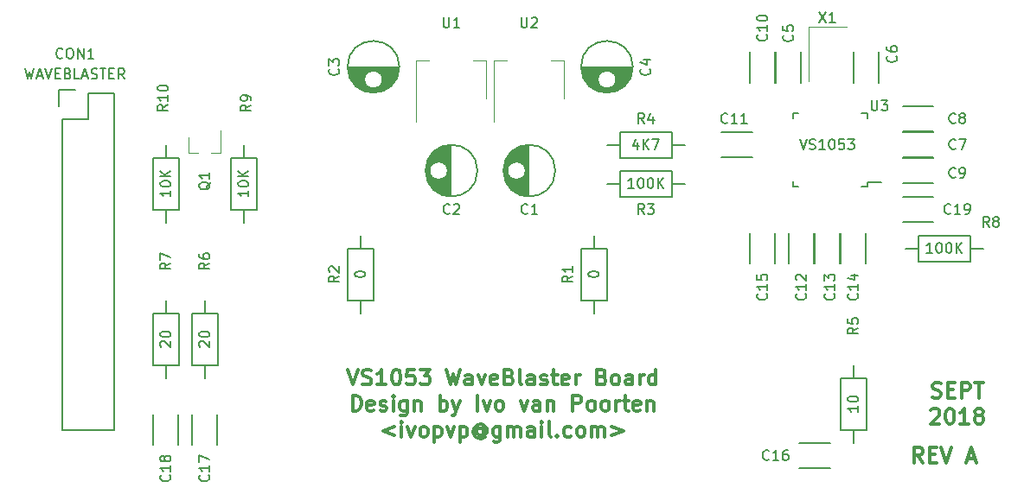
<source format=gbr>
G04 #@! TF.FileFunction,Legend,Top*
%FSLAX46Y46*%
G04 Gerber Fmt 4.6, Leading zero omitted, Abs format (unit mm)*
G04 Created by KiCad (PCBNEW 4.0.5+dfsg1-4) date Fri Dec 21 19:33:44 2018*
%MOMM*%
%LPD*%
G01*
G04 APERTURE LIST*
%ADD10C,0.100000*%
%ADD11C,0.300000*%
%ADD12C,0.150000*%
%ADD13C,0.120000*%
G04 APERTURE END LIST*
D10*
D11*
X198231429Y-128872143D02*
X198445715Y-128943571D01*
X198802858Y-128943571D01*
X198945715Y-128872143D01*
X199017144Y-128800714D01*
X199088572Y-128657857D01*
X199088572Y-128515000D01*
X199017144Y-128372143D01*
X198945715Y-128300714D01*
X198802858Y-128229286D01*
X198517144Y-128157857D01*
X198374286Y-128086429D01*
X198302858Y-128015000D01*
X198231429Y-127872143D01*
X198231429Y-127729286D01*
X198302858Y-127586429D01*
X198374286Y-127515000D01*
X198517144Y-127443571D01*
X198874286Y-127443571D01*
X199088572Y-127515000D01*
X199731429Y-128157857D02*
X200231429Y-128157857D01*
X200445715Y-128943571D02*
X199731429Y-128943571D01*
X199731429Y-127443571D01*
X200445715Y-127443571D01*
X201088572Y-128943571D02*
X201088572Y-127443571D01*
X201660000Y-127443571D01*
X201802858Y-127515000D01*
X201874286Y-127586429D01*
X201945715Y-127729286D01*
X201945715Y-127943571D01*
X201874286Y-128086429D01*
X201802858Y-128157857D01*
X201660000Y-128229286D01*
X201088572Y-128229286D01*
X202374286Y-127443571D02*
X203231429Y-127443571D01*
X202802858Y-128943571D02*
X202802858Y-127443571D01*
X198088572Y-130136429D02*
X198160001Y-130065000D01*
X198302858Y-129993571D01*
X198660001Y-129993571D01*
X198802858Y-130065000D01*
X198874287Y-130136429D01*
X198945715Y-130279286D01*
X198945715Y-130422143D01*
X198874287Y-130636429D01*
X198017144Y-131493571D01*
X198945715Y-131493571D01*
X199874286Y-129993571D02*
X200017143Y-129993571D01*
X200160000Y-130065000D01*
X200231429Y-130136429D01*
X200302858Y-130279286D01*
X200374286Y-130565000D01*
X200374286Y-130922143D01*
X200302858Y-131207857D01*
X200231429Y-131350714D01*
X200160000Y-131422143D01*
X200017143Y-131493571D01*
X199874286Y-131493571D01*
X199731429Y-131422143D01*
X199660000Y-131350714D01*
X199588572Y-131207857D01*
X199517143Y-130922143D01*
X199517143Y-130565000D01*
X199588572Y-130279286D01*
X199660000Y-130136429D01*
X199731429Y-130065000D01*
X199874286Y-129993571D01*
X201802857Y-131493571D02*
X200945714Y-131493571D01*
X201374286Y-131493571D02*
X201374286Y-129993571D01*
X201231429Y-130207857D01*
X201088571Y-130350714D01*
X200945714Y-130422143D01*
X202660000Y-130636429D02*
X202517142Y-130565000D01*
X202445714Y-130493571D01*
X202374285Y-130350714D01*
X202374285Y-130279286D01*
X202445714Y-130136429D01*
X202517142Y-130065000D01*
X202660000Y-129993571D01*
X202945714Y-129993571D01*
X203088571Y-130065000D01*
X203160000Y-130136429D01*
X203231428Y-130279286D01*
X203231428Y-130350714D01*
X203160000Y-130493571D01*
X203088571Y-130565000D01*
X202945714Y-130636429D01*
X202660000Y-130636429D01*
X202517142Y-130707857D01*
X202445714Y-130779286D01*
X202374285Y-130922143D01*
X202374285Y-131207857D01*
X202445714Y-131350714D01*
X202517142Y-131422143D01*
X202660000Y-131493571D01*
X202945714Y-131493571D01*
X203088571Y-131422143D01*
X203160000Y-131350714D01*
X203231428Y-131207857D01*
X203231428Y-130922143D01*
X203160000Y-130779286D01*
X203088571Y-130707857D01*
X202945714Y-130636429D01*
X197318572Y-135298571D02*
X196818572Y-134584286D01*
X196461429Y-135298571D02*
X196461429Y-133798571D01*
X197032857Y-133798571D01*
X197175715Y-133870000D01*
X197247143Y-133941429D01*
X197318572Y-134084286D01*
X197318572Y-134298571D01*
X197247143Y-134441429D01*
X197175715Y-134512857D01*
X197032857Y-134584286D01*
X196461429Y-134584286D01*
X197961429Y-134512857D02*
X198461429Y-134512857D01*
X198675715Y-135298571D02*
X197961429Y-135298571D01*
X197961429Y-133798571D01*
X198675715Y-133798571D01*
X199104286Y-133798571D02*
X199604286Y-135298571D01*
X200104286Y-133798571D01*
X201675714Y-134870000D02*
X202390000Y-134870000D01*
X201532857Y-135298571D02*
X202032857Y-133798571D01*
X202532857Y-135298571D01*
X141031430Y-126168571D02*
X141531430Y-127668571D01*
X142031430Y-126168571D01*
X142460001Y-127597143D02*
X142674287Y-127668571D01*
X143031430Y-127668571D01*
X143174287Y-127597143D01*
X143245716Y-127525714D01*
X143317144Y-127382857D01*
X143317144Y-127240000D01*
X143245716Y-127097143D01*
X143174287Y-127025714D01*
X143031430Y-126954286D01*
X142745716Y-126882857D01*
X142602858Y-126811429D01*
X142531430Y-126740000D01*
X142460001Y-126597143D01*
X142460001Y-126454286D01*
X142531430Y-126311429D01*
X142602858Y-126240000D01*
X142745716Y-126168571D01*
X143102858Y-126168571D01*
X143317144Y-126240000D01*
X144745715Y-127668571D02*
X143888572Y-127668571D01*
X144317144Y-127668571D02*
X144317144Y-126168571D01*
X144174287Y-126382857D01*
X144031429Y-126525714D01*
X143888572Y-126597143D01*
X145674286Y-126168571D02*
X145817143Y-126168571D01*
X145960000Y-126240000D01*
X146031429Y-126311429D01*
X146102858Y-126454286D01*
X146174286Y-126740000D01*
X146174286Y-127097143D01*
X146102858Y-127382857D01*
X146031429Y-127525714D01*
X145960000Y-127597143D01*
X145817143Y-127668571D01*
X145674286Y-127668571D01*
X145531429Y-127597143D01*
X145460000Y-127525714D01*
X145388572Y-127382857D01*
X145317143Y-127097143D01*
X145317143Y-126740000D01*
X145388572Y-126454286D01*
X145460000Y-126311429D01*
X145531429Y-126240000D01*
X145674286Y-126168571D01*
X147531429Y-126168571D02*
X146817143Y-126168571D01*
X146745714Y-126882857D01*
X146817143Y-126811429D01*
X146960000Y-126740000D01*
X147317143Y-126740000D01*
X147460000Y-126811429D01*
X147531429Y-126882857D01*
X147602857Y-127025714D01*
X147602857Y-127382857D01*
X147531429Y-127525714D01*
X147460000Y-127597143D01*
X147317143Y-127668571D01*
X146960000Y-127668571D01*
X146817143Y-127597143D01*
X146745714Y-127525714D01*
X148102857Y-126168571D02*
X149031428Y-126168571D01*
X148531428Y-126740000D01*
X148745714Y-126740000D01*
X148888571Y-126811429D01*
X148960000Y-126882857D01*
X149031428Y-127025714D01*
X149031428Y-127382857D01*
X148960000Y-127525714D01*
X148888571Y-127597143D01*
X148745714Y-127668571D01*
X148317142Y-127668571D01*
X148174285Y-127597143D01*
X148102857Y-127525714D01*
X150674285Y-126168571D02*
X151031428Y-127668571D01*
X151317142Y-126597143D01*
X151602856Y-127668571D01*
X151959999Y-126168571D01*
X153174285Y-127668571D02*
X153174285Y-126882857D01*
X153102856Y-126740000D01*
X152959999Y-126668571D01*
X152674285Y-126668571D01*
X152531428Y-126740000D01*
X153174285Y-127597143D02*
X153031428Y-127668571D01*
X152674285Y-127668571D01*
X152531428Y-127597143D01*
X152459999Y-127454286D01*
X152459999Y-127311429D01*
X152531428Y-127168571D01*
X152674285Y-127097143D01*
X153031428Y-127097143D01*
X153174285Y-127025714D01*
X153745714Y-126668571D02*
X154102857Y-127668571D01*
X154459999Y-126668571D01*
X155602856Y-127597143D02*
X155459999Y-127668571D01*
X155174285Y-127668571D01*
X155031428Y-127597143D01*
X154959999Y-127454286D01*
X154959999Y-126882857D01*
X155031428Y-126740000D01*
X155174285Y-126668571D01*
X155459999Y-126668571D01*
X155602856Y-126740000D01*
X155674285Y-126882857D01*
X155674285Y-127025714D01*
X154959999Y-127168571D01*
X156817142Y-126882857D02*
X157031428Y-126954286D01*
X157102856Y-127025714D01*
X157174285Y-127168571D01*
X157174285Y-127382857D01*
X157102856Y-127525714D01*
X157031428Y-127597143D01*
X156888570Y-127668571D01*
X156317142Y-127668571D01*
X156317142Y-126168571D01*
X156817142Y-126168571D01*
X156959999Y-126240000D01*
X157031428Y-126311429D01*
X157102856Y-126454286D01*
X157102856Y-126597143D01*
X157031428Y-126740000D01*
X156959999Y-126811429D01*
X156817142Y-126882857D01*
X156317142Y-126882857D01*
X158031428Y-127668571D02*
X157888570Y-127597143D01*
X157817142Y-127454286D01*
X157817142Y-126168571D01*
X159245713Y-127668571D02*
X159245713Y-126882857D01*
X159174284Y-126740000D01*
X159031427Y-126668571D01*
X158745713Y-126668571D01*
X158602856Y-126740000D01*
X159245713Y-127597143D02*
X159102856Y-127668571D01*
X158745713Y-127668571D01*
X158602856Y-127597143D01*
X158531427Y-127454286D01*
X158531427Y-127311429D01*
X158602856Y-127168571D01*
X158745713Y-127097143D01*
X159102856Y-127097143D01*
X159245713Y-127025714D01*
X159888570Y-127597143D02*
X160031427Y-127668571D01*
X160317142Y-127668571D01*
X160459999Y-127597143D01*
X160531427Y-127454286D01*
X160531427Y-127382857D01*
X160459999Y-127240000D01*
X160317142Y-127168571D01*
X160102856Y-127168571D01*
X159959999Y-127097143D01*
X159888570Y-126954286D01*
X159888570Y-126882857D01*
X159959999Y-126740000D01*
X160102856Y-126668571D01*
X160317142Y-126668571D01*
X160459999Y-126740000D01*
X160959999Y-126668571D02*
X161531428Y-126668571D01*
X161174285Y-126168571D02*
X161174285Y-127454286D01*
X161245713Y-127597143D01*
X161388571Y-127668571D01*
X161531428Y-127668571D01*
X162602856Y-127597143D02*
X162459999Y-127668571D01*
X162174285Y-127668571D01*
X162031428Y-127597143D01*
X161959999Y-127454286D01*
X161959999Y-126882857D01*
X162031428Y-126740000D01*
X162174285Y-126668571D01*
X162459999Y-126668571D01*
X162602856Y-126740000D01*
X162674285Y-126882857D01*
X162674285Y-127025714D01*
X161959999Y-127168571D01*
X163317142Y-127668571D02*
X163317142Y-126668571D01*
X163317142Y-126954286D02*
X163388570Y-126811429D01*
X163459999Y-126740000D01*
X163602856Y-126668571D01*
X163745713Y-126668571D01*
X165888570Y-126882857D02*
X166102856Y-126954286D01*
X166174284Y-127025714D01*
X166245713Y-127168571D01*
X166245713Y-127382857D01*
X166174284Y-127525714D01*
X166102856Y-127597143D01*
X165959998Y-127668571D01*
X165388570Y-127668571D01*
X165388570Y-126168571D01*
X165888570Y-126168571D01*
X166031427Y-126240000D01*
X166102856Y-126311429D01*
X166174284Y-126454286D01*
X166174284Y-126597143D01*
X166102856Y-126740000D01*
X166031427Y-126811429D01*
X165888570Y-126882857D01*
X165388570Y-126882857D01*
X167102856Y-127668571D02*
X166959998Y-127597143D01*
X166888570Y-127525714D01*
X166817141Y-127382857D01*
X166817141Y-126954286D01*
X166888570Y-126811429D01*
X166959998Y-126740000D01*
X167102856Y-126668571D01*
X167317141Y-126668571D01*
X167459998Y-126740000D01*
X167531427Y-126811429D01*
X167602856Y-126954286D01*
X167602856Y-127382857D01*
X167531427Y-127525714D01*
X167459998Y-127597143D01*
X167317141Y-127668571D01*
X167102856Y-127668571D01*
X168888570Y-127668571D02*
X168888570Y-126882857D01*
X168817141Y-126740000D01*
X168674284Y-126668571D01*
X168388570Y-126668571D01*
X168245713Y-126740000D01*
X168888570Y-127597143D02*
X168745713Y-127668571D01*
X168388570Y-127668571D01*
X168245713Y-127597143D01*
X168174284Y-127454286D01*
X168174284Y-127311429D01*
X168245713Y-127168571D01*
X168388570Y-127097143D01*
X168745713Y-127097143D01*
X168888570Y-127025714D01*
X169602856Y-127668571D02*
X169602856Y-126668571D01*
X169602856Y-126954286D02*
X169674284Y-126811429D01*
X169745713Y-126740000D01*
X169888570Y-126668571D01*
X170031427Y-126668571D01*
X171174284Y-127668571D02*
X171174284Y-126168571D01*
X171174284Y-127597143D02*
X171031427Y-127668571D01*
X170745713Y-127668571D01*
X170602855Y-127597143D01*
X170531427Y-127525714D01*
X170459998Y-127382857D01*
X170459998Y-126954286D01*
X170531427Y-126811429D01*
X170602855Y-126740000D01*
X170745713Y-126668571D01*
X171031427Y-126668571D01*
X171174284Y-126740000D01*
X141460000Y-130218571D02*
X141460000Y-128718571D01*
X141817143Y-128718571D01*
X142031428Y-128790000D01*
X142174286Y-128932857D01*
X142245714Y-129075714D01*
X142317143Y-129361429D01*
X142317143Y-129575714D01*
X142245714Y-129861429D01*
X142174286Y-130004286D01*
X142031428Y-130147143D01*
X141817143Y-130218571D01*
X141460000Y-130218571D01*
X143531428Y-130147143D02*
X143388571Y-130218571D01*
X143102857Y-130218571D01*
X142960000Y-130147143D01*
X142888571Y-130004286D01*
X142888571Y-129432857D01*
X142960000Y-129290000D01*
X143102857Y-129218571D01*
X143388571Y-129218571D01*
X143531428Y-129290000D01*
X143602857Y-129432857D01*
X143602857Y-129575714D01*
X142888571Y-129718571D01*
X144174285Y-130147143D02*
X144317142Y-130218571D01*
X144602857Y-130218571D01*
X144745714Y-130147143D01*
X144817142Y-130004286D01*
X144817142Y-129932857D01*
X144745714Y-129790000D01*
X144602857Y-129718571D01*
X144388571Y-129718571D01*
X144245714Y-129647143D01*
X144174285Y-129504286D01*
X144174285Y-129432857D01*
X144245714Y-129290000D01*
X144388571Y-129218571D01*
X144602857Y-129218571D01*
X144745714Y-129290000D01*
X145460000Y-130218571D02*
X145460000Y-129218571D01*
X145460000Y-128718571D02*
X145388571Y-128790000D01*
X145460000Y-128861429D01*
X145531428Y-128790000D01*
X145460000Y-128718571D01*
X145460000Y-128861429D01*
X146817143Y-129218571D02*
X146817143Y-130432857D01*
X146745714Y-130575714D01*
X146674286Y-130647143D01*
X146531429Y-130718571D01*
X146317143Y-130718571D01*
X146174286Y-130647143D01*
X146817143Y-130147143D02*
X146674286Y-130218571D01*
X146388572Y-130218571D01*
X146245714Y-130147143D01*
X146174286Y-130075714D01*
X146102857Y-129932857D01*
X146102857Y-129504286D01*
X146174286Y-129361429D01*
X146245714Y-129290000D01*
X146388572Y-129218571D01*
X146674286Y-129218571D01*
X146817143Y-129290000D01*
X147531429Y-129218571D02*
X147531429Y-130218571D01*
X147531429Y-129361429D02*
X147602857Y-129290000D01*
X147745715Y-129218571D01*
X147960000Y-129218571D01*
X148102857Y-129290000D01*
X148174286Y-129432857D01*
X148174286Y-130218571D01*
X150031429Y-130218571D02*
X150031429Y-128718571D01*
X150031429Y-129290000D02*
X150174286Y-129218571D01*
X150460000Y-129218571D01*
X150602857Y-129290000D01*
X150674286Y-129361429D01*
X150745715Y-129504286D01*
X150745715Y-129932857D01*
X150674286Y-130075714D01*
X150602857Y-130147143D01*
X150460000Y-130218571D01*
X150174286Y-130218571D01*
X150031429Y-130147143D01*
X151245715Y-129218571D02*
X151602858Y-130218571D01*
X151960000Y-129218571D02*
X151602858Y-130218571D01*
X151460000Y-130575714D01*
X151388572Y-130647143D01*
X151245715Y-130718571D01*
X153674286Y-130218571D02*
X153674286Y-128718571D01*
X154245715Y-129218571D02*
X154602858Y-130218571D01*
X154960000Y-129218571D01*
X155745715Y-130218571D02*
X155602857Y-130147143D01*
X155531429Y-130075714D01*
X155460000Y-129932857D01*
X155460000Y-129504286D01*
X155531429Y-129361429D01*
X155602857Y-129290000D01*
X155745715Y-129218571D01*
X155960000Y-129218571D01*
X156102857Y-129290000D01*
X156174286Y-129361429D01*
X156245715Y-129504286D01*
X156245715Y-129932857D01*
X156174286Y-130075714D01*
X156102857Y-130147143D01*
X155960000Y-130218571D01*
X155745715Y-130218571D01*
X157888572Y-129218571D02*
X158245715Y-130218571D01*
X158602857Y-129218571D01*
X159817143Y-130218571D02*
X159817143Y-129432857D01*
X159745714Y-129290000D01*
X159602857Y-129218571D01*
X159317143Y-129218571D01*
X159174286Y-129290000D01*
X159817143Y-130147143D02*
X159674286Y-130218571D01*
X159317143Y-130218571D01*
X159174286Y-130147143D01*
X159102857Y-130004286D01*
X159102857Y-129861429D01*
X159174286Y-129718571D01*
X159317143Y-129647143D01*
X159674286Y-129647143D01*
X159817143Y-129575714D01*
X160531429Y-129218571D02*
X160531429Y-130218571D01*
X160531429Y-129361429D02*
X160602857Y-129290000D01*
X160745715Y-129218571D01*
X160960000Y-129218571D01*
X161102857Y-129290000D01*
X161174286Y-129432857D01*
X161174286Y-130218571D01*
X163031429Y-130218571D02*
X163031429Y-128718571D01*
X163602857Y-128718571D01*
X163745715Y-128790000D01*
X163817143Y-128861429D01*
X163888572Y-129004286D01*
X163888572Y-129218571D01*
X163817143Y-129361429D01*
X163745715Y-129432857D01*
X163602857Y-129504286D01*
X163031429Y-129504286D01*
X164745715Y-130218571D02*
X164602857Y-130147143D01*
X164531429Y-130075714D01*
X164460000Y-129932857D01*
X164460000Y-129504286D01*
X164531429Y-129361429D01*
X164602857Y-129290000D01*
X164745715Y-129218571D01*
X164960000Y-129218571D01*
X165102857Y-129290000D01*
X165174286Y-129361429D01*
X165245715Y-129504286D01*
X165245715Y-129932857D01*
X165174286Y-130075714D01*
X165102857Y-130147143D01*
X164960000Y-130218571D01*
X164745715Y-130218571D01*
X166102858Y-130218571D02*
X165960000Y-130147143D01*
X165888572Y-130075714D01*
X165817143Y-129932857D01*
X165817143Y-129504286D01*
X165888572Y-129361429D01*
X165960000Y-129290000D01*
X166102858Y-129218571D01*
X166317143Y-129218571D01*
X166460000Y-129290000D01*
X166531429Y-129361429D01*
X166602858Y-129504286D01*
X166602858Y-129932857D01*
X166531429Y-130075714D01*
X166460000Y-130147143D01*
X166317143Y-130218571D01*
X166102858Y-130218571D01*
X167245715Y-130218571D02*
X167245715Y-129218571D01*
X167245715Y-129504286D02*
X167317143Y-129361429D01*
X167388572Y-129290000D01*
X167531429Y-129218571D01*
X167674286Y-129218571D01*
X167960000Y-129218571D02*
X168531429Y-129218571D01*
X168174286Y-128718571D02*
X168174286Y-130004286D01*
X168245714Y-130147143D01*
X168388572Y-130218571D01*
X168531429Y-130218571D01*
X169602857Y-130147143D02*
X169460000Y-130218571D01*
X169174286Y-130218571D01*
X169031429Y-130147143D01*
X168960000Y-130004286D01*
X168960000Y-129432857D01*
X169031429Y-129290000D01*
X169174286Y-129218571D01*
X169460000Y-129218571D01*
X169602857Y-129290000D01*
X169674286Y-129432857D01*
X169674286Y-129575714D01*
X168960000Y-129718571D01*
X170317143Y-129218571D02*
X170317143Y-130218571D01*
X170317143Y-129361429D02*
X170388571Y-129290000D01*
X170531429Y-129218571D01*
X170745714Y-129218571D01*
X170888571Y-129290000D01*
X170960000Y-129432857D01*
X170960000Y-130218571D01*
X145567143Y-131768571D02*
X144424286Y-132197143D01*
X145567143Y-132625714D01*
X146281429Y-132768571D02*
X146281429Y-131768571D01*
X146281429Y-131268571D02*
X146210000Y-131340000D01*
X146281429Y-131411429D01*
X146352857Y-131340000D01*
X146281429Y-131268571D01*
X146281429Y-131411429D01*
X146852858Y-131768571D02*
X147210001Y-132768571D01*
X147567143Y-131768571D01*
X148352858Y-132768571D02*
X148210000Y-132697143D01*
X148138572Y-132625714D01*
X148067143Y-132482857D01*
X148067143Y-132054286D01*
X148138572Y-131911429D01*
X148210000Y-131840000D01*
X148352858Y-131768571D01*
X148567143Y-131768571D01*
X148710000Y-131840000D01*
X148781429Y-131911429D01*
X148852858Y-132054286D01*
X148852858Y-132482857D01*
X148781429Y-132625714D01*
X148710000Y-132697143D01*
X148567143Y-132768571D01*
X148352858Y-132768571D01*
X149495715Y-131768571D02*
X149495715Y-133268571D01*
X149495715Y-131840000D02*
X149638572Y-131768571D01*
X149924286Y-131768571D01*
X150067143Y-131840000D01*
X150138572Y-131911429D01*
X150210001Y-132054286D01*
X150210001Y-132482857D01*
X150138572Y-132625714D01*
X150067143Y-132697143D01*
X149924286Y-132768571D01*
X149638572Y-132768571D01*
X149495715Y-132697143D01*
X150710001Y-131768571D02*
X151067144Y-132768571D01*
X151424286Y-131768571D01*
X151995715Y-131768571D02*
X151995715Y-133268571D01*
X151995715Y-131840000D02*
X152138572Y-131768571D01*
X152424286Y-131768571D01*
X152567143Y-131840000D01*
X152638572Y-131911429D01*
X152710001Y-132054286D01*
X152710001Y-132482857D01*
X152638572Y-132625714D01*
X152567143Y-132697143D01*
X152424286Y-132768571D01*
X152138572Y-132768571D01*
X151995715Y-132697143D01*
X154281429Y-132054286D02*
X154210001Y-131982857D01*
X154067144Y-131911429D01*
X153924286Y-131911429D01*
X153781429Y-131982857D01*
X153710001Y-132054286D01*
X153638572Y-132197143D01*
X153638572Y-132340000D01*
X153710001Y-132482857D01*
X153781429Y-132554286D01*
X153924286Y-132625714D01*
X154067144Y-132625714D01*
X154210001Y-132554286D01*
X154281429Y-132482857D01*
X154281429Y-131911429D02*
X154281429Y-132482857D01*
X154352858Y-132554286D01*
X154424286Y-132554286D01*
X154567144Y-132482857D01*
X154638572Y-132340000D01*
X154638572Y-131982857D01*
X154495715Y-131768571D01*
X154281429Y-131625714D01*
X153995715Y-131554286D01*
X153710001Y-131625714D01*
X153495715Y-131768571D01*
X153352858Y-131982857D01*
X153281429Y-132268571D01*
X153352858Y-132554286D01*
X153495715Y-132768571D01*
X153710001Y-132911429D01*
X153995715Y-132982857D01*
X154281429Y-132911429D01*
X154495715Y-132768571D01*
X155924286Y-131768571D02*
X155924286Y-132982857D01*
X155852857Y-133125714D01*
X155781429Y-133197143D01*
X155638572Y-133268571D01*
X155424286Y-133268571D01*
X155281429Y-133197143D01*
X155924286Y-132697143D02*
X155781429Y-132768571D01*
X155495715Y-132768571D01*
X155352857Y-132697143D01*
X155281429Y-132625714D01*
X155210000Y-132482857D01*
X155210000Y-132054286D01*
X155281429Y-131911429D01*
X155352857Y-131840000D01*
X155495715Y-131768571D01*
X155781429Y-131768571D01*
X155924286Y-131840000D01*
X156638572Y-132768571D02*
X156638572Y-131768571D01*
X156638572Y-131911429D02*
X156710000Y-131840000D01*
X156852858Y-131768571D01*
X157067143Y-131768571D01*
X157210000Y-131840000D01*
X157281429Y-131982857D01*
X157281429Y-132768571D01*
X157281429Y-131982857D02*
X157352858Y-131840000D01*
X157495715Y-131768571D01*
X157710000Y-131768571D01*
X157852858Y-131840000D01*
X157924286Y-131982857D01*
X157924286Y-132768571D01*
X159281429Y-132768571D02*
X159281429Y-131982857D01*
X159210000Y-131840000D01*
X159067143Y-131768571D01*
X158781429Y-131768571D01*
X158638572Y-131840000D01*
X159281429Y-132697143D02*
X159138572Y-132768571D01*
X158781429Y-132768571D01*
X158638572Y-132697143D01*
X158567143Y-132554286D01*
X158567143Y-132411429D01*
X158638572Y-132268571D01*
X158781429Y-132197143D01*
X159138572Y-132197143D01*
X159281429Y-132125714D01*
X159995715Y-132768571D02*
X159995715Y-131768571D01*
X159995715Y-131268571D02*
X159924286Y-131340000D01*
X159995715Y-131411429D01*
X160067143Y-131340000D01*
X159995715Y-131268571D01*
X159995715Y-131411429D01*
X160924287Y-132768571D02*
X160781429Y-132697143D01*
X160710001Y-132554286D01*
X160710001Y-131268571D01*
X161495715Y-132625714D02*
X161567143Y-132697143D01*
X161495715Y-132768571D01*
X161424286Y-132697143D01*
X161495715Y-132625714D01*
X161495715Y-132768571D01*
X162852858Y-132697143D02*
X162710001Y-132768571D01*
X162424287Y-132768571D01*
X162281429Y-132697143D01*
X162210001Y-132625714D01*
X162138572Y-132482857D01*
X162138572Y-132054286D01*
X162210001Y-131911429D01*
X162281429Y-131840000D01*
X162424287Y-131768571D01*
X162710001Y-131768571D01*
X162852858Y-131840000D01*
X163710001Y-132768571D02*
X163567143Y-132697143D01*
X163495715Y-132625714D01*
X163424286Y-132482857D01*
X163424286Y-132054286D01*
X163495715Y-131911429D01*
X163567143Y-131840000D01*
X163710001Y-131768571D01*
X163924286Y-131768571D01*
X164067143Y-131840000D01*
X164138572Y-131911429D01*
X164210001Y-132054286D01*
X164210001Y-132482857D01*
X164138572Y-132625714D01*
X164067143Y-132697143D01*
X163924286Y-132768571D01*
X163710001Y-132768571D01*
X164852858Y-132768571D02*
X164852858Y-131768571D01*
X164852858Y-131911429D02*
X164924286Y-131840000D01*
X165067144Y-131768571D01*
X165281429Y-131768571D01*
X165424286Y-131840000D01*
X165495715Y-131982857D01*
X165495715Y-132768571D01*
X165495715Y-131982857D02*
X165567144Y-131840000D01*
X165710001Y-131768571D01*
X165924286Y-131768571D01*
X166067144Y-131840000D01*
X166138572Y-131982857D01*
X166138572Y-132768571D01*
X166852858Y-131768571D02*
X167995715Y-132197143D01*
X166852858Y-132625714D01*
D12*
X191839000Y-108273000D02*
X191839000Y-107823000D01*
X184589000Y-108273000D02*
X184589000Y-107748000D01*
X184589000Y-101023000D02*
X184589000Y-101548000D01*
X191839000Y-101023000D02*
X191839000Y-101548000D01*
X191839000Y-108273000D02*
X191314000Y-108273000D01*
X191839000Y-101023000D02*
X191314000Y-101023000D01*
X184589000Y-101023000D02*
X185114000Y-101023000D01*
X184589000Y-108273000D02*
X185114000Y-108273000D01*
X191839000Y-107823000D02*
X193214000Y-107823000D01*
X182860000Y-112780000D02*
X182860000Y-115780000D01*
X180360000Y-115780000D02*
X180360000Y-112780000D01*
X118110000Y-99060000D02*
X118110000Y-132080000D01*
X113030000Y-101600000D02*
X113030000Y-132080000D01*
X118110000Y-132080000D02*
X113030000Y-132080000D01*
X118110000Y-99060000D02*
X115570000Y-99060000D01*
X114300000Y-98780000D02*
X112750000Y-98780000D01*
X115570000Y-99060000D02*
X115570000Y-101600000D01*
X115570000Y-101600000D02*
X113030000Y-101600000D01*
X112750000Y-98780000D02*
X112750000Y-100330000D01*
X158695000Y-109179000D02*
X158695000Y-104181000D01*
X158555000Y-109171000D02*
X158555000Y-104189000D01*
X158415000Y-109155000D02*
X158415000Y-106775000D01*
X158415000Y-106585000D02*
X158415000Y-104205000D01*
X158275000Y-109131000D02*
X158275000Y-107170000D01*
X158275000Y-106190000D02*
X158275000Y-104229000D01*
X158135000Y-109098000D02*
X158135000Y-107337000D01*
X158135000Y-106023000D02*
X158135000Y-104262000D01*
X157995000Y-109057000D02*
X157995000Y-107444000D01*
X157995000Y-105916000D02*
X157995000Y-104303000D01*
X157855000Y-109007000D02*
X157855000Y-107515000D01*
X157855000Y-105845000D02*
X157855000Y-104353000D01*
X157715000Y-108946000D02*
X157715000Y-107559000D01*
X157715000Y-105801000D02*
X157715000Y-104414000D01*
X157575000Y-108876000D02*
X157575000Y-107578000D01*
X157575000Y-105782000D02*
X157575000Y-104484000D01*
X157435000Y-108794000D02*
X157435000Y-107576000D01*
X157435000Y-105784000D02*
X157435000Y-104566000D01*
X157295000Y-108699000D02*
X157295000Y-107551000D01*
X157295000Y-105809000D02*
X157295000Y-104661000D01*
X157155000Y-108588000D02*
X157155000Y-107503000D01*
X157155000Y-105857000D02*
X157155000Y-104772000D01*
X157015000Y-108460000D02*
X157015000Y-107425000D01*
X157015000Y-105935000D02*
X157015000Y-104900000D01*
X156875000Y-108311000D02*
X156875000Y-107308000D01*
X156875000Y-106052000D02*
X156875000Y-105049000D01*
X156735000Y-108132000D02*
X156735000Y-107120000D01*
X156735000Y-106240000D02*
X156735000Y-105228000D01*
X156595000Y-107913000D02*
X156595000Y-105447000D01*
X156455000Y-107624000D02*
X156455000Y-105736000D01*
X156315000Y-107152000D02*
X156315000Y-106208000D01*
X158420000Y-106680000D02*
G75*
G03X158420000Y-106680000I-900000J0D01*
G01*
X161307500Y-106680000D02*
G75*
G03X161307500Y-106680000I-2537500J0D01*
G01*
X151075000Y-109179000D02*
X151075000Y-104181000D01*
X150935000Y-109171000D02*
X150935000Y-104189000D01*
X150795000Y-109155000D02*
X150795000Y-106775000D01*
X150795000Y-106585000D02*
X150795000Y-104205000D01*
X150655000Y-109131000D02*
X150655000Y-107170000D01*
X150655000Y-106190000D02*
X150655000Y-104229000D01*
X150515000Y-109098000D02*
X150515000Y-107337000D01*
X150515000Y-106023000D02*
X150515000Y-104262000D01*
X150375000Y-109057000D02*
X150375000Y-107444000D01*
X150375000Y-105916000D02*
X150375000Y-104303000D01*
X150235000Y-109007000D02*
X150235000Y-107515000D01*
X150235000Y-105845000D02*
X150235000Y-104353000D01*
X150095000Y-108946000D02*
X150095000Y-107559000D01*
X150095000Y-105801000D02*
X150095000Y-104414000D01*
X149955000Y-108876000D02*
X149955000Y-107578000D01*
X149955000Y-105782000D02*
X149955000Y-104484000D01*
X149815000Y-108794000D02*
X149815000Y-107576000D01*
X149815000Y-105784000D02*
X149815000Y-104566000D01*
X149675000Y-108699000D02*
X149675000Y-107551000D01*
X149675000Y-105809000D02*
X149675000Y-104661000D01*
X149535000Y-108588000D02*
X149535000Y-107503000D01*
X149535000Y-105857000D02*
X149535000Y-104772000D01*
X149395000Y-108460000D02*
X149395000Y-107425000D01*
X149395000Y-105935000D02*
X149395000Y-104900000D01*
X149255000Y-108311000D02*
X149255000Y-107308000D01*
X149255000Y-106052000D02*
X149255000Y-105049000D01*
X149115000Y-108132000D02*
X149115000Y-107120000D01*
X149115000Y-106240000D02*
X149115000Y-105228000D01*
X148975000Y-107913000D02*
X148975000Y-105447000D01*
X148835000Y-107624000D02*
X148835000Y-105736000D01*
X148695000Y-107152000D02*
X148695000Y-106208000D01*
X150800000Y-106680000D02*
G75*
G03X150800000Y-106680000I-900000J0D01*
G01*
X153687500Y-106680000D02*
G75*
G03X153687500Y-106680000I-2537500J0D01*
G01*
X146009000Y-96575000D02*
X141011000Y-96575000D01*
X146001000Y-96715000D02*
X141019000Y-96715000D01*
X145985000Y-96855000D02*
X143605000Y-96855000D01*
X143415000Y-96855000D02*
X141035000Y-96855000D01*
X145961000Y-96995000D02*
X144000000Y-96995000D01*
X143020000Y-96995000D02*
X141059000Y-96995000D01*
X145928000Y-97135000D02*
X144167000Y-97135000D01*
X142853000Y-97135000D02*
X141092000Y-97135000D01*
X145887000Y-97275000D02*
X144274000Y-97275000D01*
X142746000Y-97275000D02*
X141133000Y-97275000D01*
X145837000Y-97415000D02*
X144345000Y-97415000D01*
X142675000Y-97415000D02*
X141183000Y-97415000D01*
X145776000Y-97555000D02*
X144389000Y-97555000D01*
X142631000Y-97555000D02*
X141244000Y-97555000D01*
X145706000Y-97695000D02*
X144408000Y-97695000D01*
X142612000Y-97695000D02*
X141314000Y-97695000D01*
X145624000Y-97835000D02*
X144406000Y-97835000D01*
X142614000Y-97835000D02*
X141396000Y-97835000D01*
X145529000Y-97975000D02*
X144381000Y-97975000D01*
X142639000Y-97975000D02*
X141491000Y-97975000D01*
X145418000Y-98115000D02*
X144333000Y-98115000D01*
X142687000Y-98115000D02*
X141602000Y-98115000D01*
X145290000Y-98255000D02*
X144255000Y-98255000D01*
X142765000Y-98255000D02*
X141730000Y-98255000D01*
X145141000Y-98395000D02*
X144138000Y-98395000D01*
X142882000Y-98395000D02*
X141879000Y-98395000D01*
X144962000Y-98535000D02*
X143950000Y-98535000D01*
X143070000Y-98535000D02*
X142058000Y-98535000D01*
X144743000Y-98675000D02*
X142277000Y-98675000D01*
X144454000Y-98815000D02*
X142566000Y-98815000D01*
X143982000Y-98955000D02*
X143038000Y-98955000D01*
X144410000Y-97750000D02*
G75*
G03X144410000Y-97750000I-900000J0D01*
G01*
X146047500Y-96500000D02*
G75*
G03X146047500Y-96500000I-2537500J0D01*
G01*
X168869000Y-96575000D02*
X163871000Y-96575000D01*
X168861000Y-96715000D02*
X163879000Y-96715000D01*
X168845000Y-96855000D02*
X166465000Y-96855000D01*
X166275000Y-96855000D02*
X163895000Y-96855000D01*
X168821000Y-96995000D02*
X166860000Y-96995000D01*
X165880000Y-96995000D02*
X163919000Y-96995000D01*
X168788000Y-97135000D02*
X167027000Y-97135000D01*
X165713000Y-97135000D02*
X163952000Y-97135000D01*
X168747000Y-97275000D02*
X167134000Y-97275000D01*
X165606000Y-97275000D02*
X163993000Y-97275000D01*
X168697000Y-97415000D02*
X167205000Y-97415000D01*
X165535000Y-97415000D02*
X164043000Y-97415000D01*
X168636000Y-97555000D02*
X167249000Y-97555000D01*
X165491000Y-97555000D02*
X164104000Y-97555000D01*
X168566000Y-97695000D02*
X167268000Y-97695000D01*
X165472000Y-97695000D02*
X164174000Y-97695000D01*
X168484000Y-97835000D02*
X167266000Y-97835000D01*
X165474000Y-97835000D02*
X164256000Y-97835000D01*
X168389000Y-97975000D02*
X167241000Y-97975000D01*
X165499000Y-97975000D02*
X164351000Y-97975000D01*
X168278000Y-98115000D02*
X167193000Y-98115000D01*
X165547000Y-98115000D02*
X164462000Y-98115000D01*
X168150000Y-98255000D02*
X167115000Y-98255000D01*
X165625000Y-98255000D02*
X164590000Y-98255000D01*
X168001000Y-98395000D02*
X166998000Y-98395000D01*
X165742000Y-98395000D02*
X164739000Y-98395000D01*
X167822000Y-98535000D02*
X166810000Y-98535000D01*
X165930000Y-98535000D02*
X164918000Y-98535000D01*
X167603000Y-98675000D02*
X165137000Y-98675000D01*
X167314000Y-98815000D02*
X165426000Y-98815000D01*
X166842000Y-98955000D02*
X165898000Y-98955000D01*
X167270000Y-97750000D02*
G75*
G03X167270000Y-97750000I-900000J0D01*
G01*
X168907500Y-96500000D02*
G75*
G03X168907500Y-96500000I-2537500J0D01*
G01*
X182900000Y-98040000D02*
X182900000Y-95040000D01*
X185400000Y-95040000D02*
X185400000Y-98040000D01*
X190520000Y-98040000D02*
X190520000Y-95040000D01*
X193020000Y-95040000D02*
X193020000Y-98040000D01*
X195330000Y-102890000D02*
X198330000Y-102890000D01*
X198330000Y-105390000D02*
X195330000Y-105390000D01*
X195330000Y-100350000D02*
X198330000Y-100350000D01*
X198330000Y-102850000D02*
X195330000Y-102850000D01*
X195330000Y-105430000D02*
X198330000Y-105430000D01*
X198330000Y-107930000D02*
X195330000Y-107930000D01*
X180360000Y-98040000D02*
X180360000Y-95040000D01*
X182860000Y-95040000D02*
X182860000Y-98040000D01*
X180590000Y-105390000D02*
X177590000Y-105390000D01*
X177590000Y-102890000D02*
X180590000Y-102890000D01*
X186670000Y-112780000D02*
X186670000Y-115780000D01*
X184170000Y-115780000D02*
X184170000Y-112780000D01*
X189210000Y-112780000D02*
X189210000Y-115780000D01*
X186710000Y-115780000D02*
X186710000Y-112780000D01*
X191750000Y-112780000D02*
X191750000Y-115780000D01*
X189250000Y-115780000D02*
X189250000Y-112780000D01*
X188210000Y-135870000D02*
X185210000Y-135870000D01*
X185210000Y-133370000D02*
X188210000Y-133370000D01*
X128250000Y-130560000D02*
X128250000Y-133560000D01*
X125750000Y-133560000D02*
X125750000Y-130560000D01*
X124440000Y-130560000D02*
X124440000Y-133560000D01*
X121940000Y-133560000D02*
X121940000Y-130560000D01*
X195330000Y-109240000D02*
X198330000Y-109240000D01*
X198330000Y-111740000D02*
X195330000Y-111740000D01*
D13*
X125420000Y-104900000D02*
X126350000Y-104900000D01*
X128580000Y-104900000D02*
X127650000Y-104900000D01*
X128580000Y-104900000D02*
X128580000Y-102740000D01*
X125420000Y-104900000D02*
X125420000Y-103440000D01*
D12*
X163830000Y-119380000D02*
X163830000Y-114300000D01*
X163830000Y-114300000D02*
X166370000Y-114300000D01*
X166370000Y-114300000D02*
X166370000Y-119380000D01*
X166370000Y-119380000D02*
X163830000Y-119380000D01*
X165100000Y-119380000D02*
X165100000Y-120650000D01*
X165100000Y-114300000D02*
X165100000Y-113030000D01*
X140970000Y-119380000D02*
X140970000Y-114300000D01*
X140970000Y-114300000D02*
X143510000Y-114300000D01*
X143510000Y-114300000D02*
X143510000Y-119380000D01*
X143510000Y-119380000D02*
X140970000Y-119380000D01*
X142240000Y-119380000D02*
X142240000Y-120650000D01*
X142240000Y-114300000D02*
X142240000Y-113030000D01*
X167640000Y-106680000D02*
X172720000Y-106680000D01*
X172720000Y-106680000D02*
X172720000Y-109220000D01*
X172720000Y-109220000D02*
X167640000Y-109220000D01*
X167640000Y-109220000D02*
X167640000Y-106680000D01*
X167640000Y-107950000D02*
X166370000Y-107950000D01*
X172720000Y-107950000D02*
X173990000Y-107950000D01*
X167640000Y-102870000D02*
X172720000Y-102870000D01*
X172720000Y-102870000D02*
X172720000Y-105410000D01*
X172720000Y-105410000D02*
X167640000Y-105410000D01*
X167640000Y-105410000D02*
X167640000Y-102870000D01*
X167640000Y-104140000D02*
X166370000Y-104140000D01*
X172720000Y-104140000D02*
X173990000Y-104140000D01*
X189230000Y-132080000D02*
X189230000Y-127000000D01*
X189230000Y-127000000D02*
X191770000Y-127000000D01*
X191770000Y-127000000D02*
X191770000Y-132080000D01*
X191770000Y-132080000D02*
X189230000Y-132080000D01*
X190500000Y-132080000D02*
X190500000Y-133350000D01*
X190500000Y-127000000D02*
X190500000Y-125730000D01*
X125730000Y-125730000D02*
X125730000Y-120650000D01*
X125730000Y-120650000D02*
X128270000Y-120650000D01*
X128270000Y-120650000D02*
X128270000Y-125730000D01*
X128270000Y-125730000D02*
X125730000Y-125730000D01*
X127000000Y-125730000D02*
X127000000Y-127000000D01*
X127000000Y-120650000D02*
X127000000Y-119380000D01*
X121920000Y-125730000D02*
X121920000Y-120650000D01*
X121920000Y-120650000D02*
X124460000Y-120650000D01*
X124460000Y-120650000D02*
X124460000Y-125730000D01*
X124460000Y-125730000D02*
X121920000Y-125730000D01*
X123190000Y-125730000D02*
X123190000Y-127000000D01*
X123190000Y-120650000D02*
X123190000Y-119380000D01*
X196850000Y-113030000D02*
X201930000Y-113030000D01*
X201930000Y-113030000D02*
X201930000Y-115570000D01*
X201930000Y-115570000D02*
X196850000Y-115570000D01*
X196850000Y-115570000D02*
X196850000Y-113030000D01*
X196850000Y-114300000D02*
X195580000Y-114300000D01*
X201930000Y-114300000D02*
X203200000Y-114300000D01*
X129540000Y-110490000D02*
X129540000Y-105410000D01*
X129540000Y-105410000D02*
X132080000Y-105410000D01*
X132080000Y-105410000D02*
X132080000Y-110490000D01*
X132080000Y-110490000D02*
X129540000Y-110490000D01*
X130810000Y-110490000D02*
X130810000Y-111760000D01*
X130810000Y-105410000D02*
X130810000Y-104140000D01*
X124460000Y-105410000D02*
X124460000Y-110490000D01*
X124460000Y-110490000D02*
X121920000Y-110490000D01*
X121920000Y-110490000D02*
X121920000Y-105410000D01*
X121920000Y-105410000D02*
X124460000Y-105410000D01*
X123190000Y-105410000D02*
X123190000Y-104140000D01*
X123190000Y-110490000D02*
X123190000Y-111760000D01*
D13*
X154540000Y-95880000D02*
X153280000Y-95880000D01*
X147720000Y-95880000D02*
X148980000Y-95880000D01*
X154540000Y-99640000D02*
X154540000Y-95880000D01*
X147720000Y-101890000D02*
X147720000Y-95880000D01*
X162160000Y-95880000D02*
X160900000Y-95880000D01*
X155340000Y-95880000D02*
X156600000Y-95880000D01*
X162160000Y-99640000D02*
X162160000Y-95880000D01*
X155340000Y-101890000D02*
X155340000Y-95880000D01*
X189810000Y-92600000D02*
X186110000Y-92600000D01*
X186110000Y-92600000D02*
X186110000Y-97900000D01*
D12*
X192278095Y-99782381D02*
X192278095Y-100591905D01*
X192325714Y-100687143D01*
X192373333Y-100734762D01*
X192468571Y-100782381D01*
X192659048Y-100782381D01*
X192754286Y-100734762D01*
X192801905Y-100687143D01*
X192849524Y-100591905D01*
X192849524Y-99782381D01*
X193230476Y-99782381D02*
X193849524Y-99782381D01*
X193516190Y-100163333D01*
X193659048Y-100163333D01*
X193754286Y-100210952D01*
X193801905Y-100258571D01*
X193849524Y-100353810D01*
X193849524Y-100591905D01*
X193801905Y-100687143D01*
X193754286Y-100734762D01*
X193659048Y-100782381D01*
X193373333Y-100782381D01*
X193278095Y-100734762D01*
X193230476Y-100687143D01*
X185245714Y-103592381D02*
X185579047Y-104592381D01*
X185912381Y-103592381D01*
X186198095Y-104544762D02*
X186340952Y-104592381D01*
X186579048Y-104592381D01*
X186674286Y-104544762D01*
X186721905Y-104497143D01*
X186769524Y-104401905D01*
X186769524Y-104306667D01*
X186721905Y-104211429D01*
X186674286Y-104163810D01*
X186579048Y-104116190D01*
X186388571Y-104068571D01*
X186293333Y-104020952D01*
X186245714Y-103973333D01*
X186198095Y-103878095D01*
X186198095Y-103782857D01*
X186245714Y-103687619D01*
X186293333Y-103640000D01*
X186388571Y-103592381D01*
X186626667Y-103592381D01*
X186769524Y-103640000D01*
X187721905Y-104592381D02*
X187150476Y-104592381D01*
X187436190Y-104592381D02*
X187436190Y-103592381D01*
X187340952Y-103735238D01*
X187245714Y-103830476D01*
X187150476Y-103878095D01*
X188340952Y-103592381D02*
X188436191Y-103592381D01*
X188531429Y-103640000D01*
X188579048Y-103687619D01*
X188626667Y-103782857D01*
X188674286Y-103973333D01*
X188674286Y-104211429D01*
X188626667Y-104401905D01*
X188579048Y-104497143D01*
X188531429Y-104544762D01*
X188436191Y-104592381D01*
X188340952Y-104592381D01*
X188245714Y-104544762D01*
X188198095Y-104497143D01*
X188150476Y-104401905D01*
X188102857Y-104211429D01*
X188102857Y-103973333D01*
X188150476Y-103782857D01*
X188198095Y-103687619D01*
X188245714Y-103640000D01*
X188340952Y-103592381D01*
X189579048Y-103592381D02*
X189102857Y-103592381D01*
X189055238Y-104068571D01*
X189102857Y-104020952D01*
X189198095Y-103973333D01*
X189436191Y-103973333D01*
X189531429Y-104020952D01*
X189579048Y-104068571D01*
X189626667Y-104163810D01*
X189626667Y-104401905D01*
X189579048Y-104497143D01*
X189531429Y-104544762D01*
X189436191Y-104592381D01*
X189198095Y-104592381D01*
X189102857Y-104544762D01*
X189055238Y-104497143D01*
X189960000Y-103592381D02*
X190579048Y-103592381D01*
X190245714Y-103973333D01*
X190388572Y-103973333D01*
X190483810Y-104020952D01*
X190531429Y-104068571D01*
X190579048Y-104163810D01*
X190579048Y-104401905D01*
X190531429Y-104497143D01*
X190483810Y-104544762D01*
X190388572Y-104592381D01*
X190102857Y-104592381D01*
X190007619Y-104544762D01*
X189960000Y-104497143D01*
X181967143Y-118752857D02*
X182014762Y-118800476D01*
X182062381Y-118943333D01*
X182062381Y-119038571D01*
X182014762Y-119181429D01*
X181919524Y-119276667D01*
X181824286Y-119324286D01*
X181633810Y-119371905D01*
X181490952Y-119371905D01*
X181300476Y-119324286D01*
X181205238Y-119276667D01*
X181110000Y-119181429D01*
X181062381Y-119038571D01*
X181062381Y-118943333D01*
X181110000Y-118800476D01*
X181157619Y-118752857D01*
X182062381Y-117800476D02*
X182062381Y-118371905D01*
X182062381Y-118086191D02*
X181062381Y-118086191D01*
X181205238Y-118181429D01*
X181300476Y-118276667D01*
X181348095Y-118371905D01*
X181062381Y-116895714D02*
X181062381Y-117371905D01*
X181538571Y-117419524D01*
X181490952Y-117371905D01*
X181443333Y-117276667D01*
X181443333Y-117038571D01*
X181490952Y-116943333D01*
X181538571Y-116895714D01*
X181633810Y-116848095D01*
X181871905Y-116848095D01*
X181967143Y-116895714D01*
X182014762Y-116943333D01*
X182062381Y-117038571D01*
X182062381Y-117276667D01*
X182014762Y-117371905D01*
X181967143Y-117419524D01*
X113085715Y-95587143D02*
X113038096Y-95634762D01*
X112895239Y-95682381D01*
X112800001Y-95682381D01*
X112657143Y-95634762D01*
X112561905Y-95539524D01*
X112514286Y-95444286D01*
X112466667Y-95253810D01*
X112466667Y-95110952D01*
X112514286Y-94920476D01*
X112561905Y-94825238D01*
X112657143Y-94730000D01*
X112800001Y-94682381D01*
X112895239Y-94682381D01*
X113038096Y-94730000D01*
X113085715Y-94777619D01*
X113704762Y-94682381D02*
X113895239Y-94682381D01*
X113990477Y-94730000D01*
X114085715Y-94825238D01*
X114133334Y-95015714D01*
X114133334Y-95349048D01*
X114085715Y-95539524D01*
X113990477Y-95634762D01*
X113895239Y-95682381D01*
X113704762Y-95682381D01*
X113609524Y-95634762D01*
X113514286Y-95539524D01*
X113466667Y-95349048D01*
X113466667Y-95015714D01*
X113514286Y-94825238D01*
X113609524Y-94730000D01*
X113704762Y-94682381D01*
X114561905Y-95682381D02*
X114561905Y-94682381D01*
X115133334Y-95682381D01*
X115133334Y-94682381D01*
X116133334Y-95682381D02*
X115561905Y-95682381D01*
X115847619Y-95682381D02*
X115847619Y-94682381D01*
X115752381Y-94825238D01*
X115657143Y-94920476D01*
X115561905Y-94968095D01*
X109419047Y-96682381D02*
X109657142Y-97682381D01*
X109847619Y-96968095D01*
X110038095Y-97682381D01*
X110276190Y-96682381D01*
X110609523Y-97396667D02*
X111085714Y-97396667D01*
X110514285Y-97682381D02*
X110847618Y-96682381D01*
X111180952Y-97682381D01*
X111371428Y-96682381D02*
X111704761Y-97682381D01*
X112038095Y-96682381D01*
X112371428Y-97158571D02*
X112704762Y-97158571D01*
X112847619Y-97682381D02*
X112371428Y-97682381D01*
X112371428Y-96682381D01*
X112847619Y-96682381D01*
X113609524Y-97158571D02*
X113752381Y-97206190D01*
X113800000Y-97253810D01*
X113847619Y-97349048D01*
X113847619Y-97491905D01*
X113800000Y-97587143D01*
X113752381Y-97634762D01*
X113657143Y-97682381D01*
X113276190Y-97682381D01*
X113276190Y-96682381D01*
X113609524Y-96682381D01*
X113704762Y-96730000D01*
X113752381Y-96777619D01*
X113800000Y-96872857D01*
X113800000Y-96968095D01*
X113752381Y-97063333D01*
X113704762Y-97110952D01*
X113609524Y-97158571D01*
X113276190Y-97158571D01*
X114752381Y-97682381D02*
X114276190Y-97682381D01*
X114276190Y-96682381D01*
X115038095Y-97396667D02*
X115514286Y-97396667D01*
X114942857Y-97682381D02*
X115276190Y-96682381D01*
X115609524Y-97682381D01*
X115895238Y-97634762D02*
X116038095Y-97682381D01*
X116276191Y-97682381D01*
X116371429Y-97634762D01*
X116419048Y-97587143D01*
X116466667Y-97491905D01*
X116466667Y-97396667D01*
X116419048Y-97301429D01*
X116371429Y-97253810D01*
X116276191Y-97206190D01*
X116085714Y-97158571D01*
X115990476Y-97110952D01*
X115942857Y-97063333D01*
X115895238Y-96968095D01*
X115895238Y-96872857D01*
X115942857Y-96777619D01*
X115990476Y-96730000D01*
X116085714Y-96682381D01*
X116323810Y-96682381D01*
X116466667Y-96730000D01*
X116752381Y-96682381D02*
X117323810Y-96682381D01*
X117038095Y-97682381D02*
X117038095Y-96682381D01*
X117657143Y-97158571D02*
X117990477Y-97158571D01*
X118133334Y-97682381D02*
X117657143Y-97682381D01*
X117657143Y-96682381D01*
X118133334Y-96682381D01*
X119133334Y-97682381D02*
X118800000Y-97206190D01*
X118561905Y-97682381D02*
X118561905Y-96682381D01*
X118942858Y-96682381D01*
X119038096Y-96730000D01*
X119085715Y-96777619D01*
X119133334Y-96872857D01*
X119133334Y-97015714D01*
X119085715Y-97110952D01*
X119038096Y-97158571D01*
X118942858Y-97206190D01*
X118561905Y-97206190D01*
X158603334Y-110837143D02*
X158555715Y-110884762D01*
X158412858Y-110932381D01*
X158317620Y-110932381D01*
X158174762Y-110884762D01*
X158079524Y-110789524D01*
X158031905Y-110694286D01*
X157984286Y-110503810D01*
X157984286Y-110360952D01*
X158031905Y-110170476D01*
X158079524Y-110075238D01*
X158174762Y-109980000D01*
X158317620Y-109932381D01*
X158412858Y-109932381D01*
X158555715Y-109980000D01*
X158603334Y-110027619D01*
X159555715Y-110932381D02*
X158984286Y-110932381D01*
X159270000Y-110932381D02*
X159270000Y-109932381D01*
X159174762Y-110075238D01*
X159079524Y-110170476D01*
X158984286Y-110218095D01*
X150983334Y-110837143D02*
X150935715Y-110884762D01*
X150792858Y-110932381D01*
X150697620Y-110932381D01*
X150554762Y-110884762D01*
X150459524Y-110789524D01*
X150411905Y-110694286D01*
X150364286Y-110503810D01*
X150364286Y-110360952D01*
X150411905Y-110170476D01*
X150459524Y-110075238D01*
X150554762Y-109980000D01*
X150697620Y-109932381D01*
X150792858Y-109932381D01*
X150935715Y-109980000D01*
X150983334Y-110027619D01*
X151364286Y-110027619D02*
X151411905Y-109980000D01*
X151507143Y-109932381D01*
X151745239Y-109932381D01*
X151840477Y-109980000D01*
X151888096Y-110027619D01*
X151935715Y-110122857D01*
X151935715Y-110218095D01*
X151888096Y-110360952D01*
X151316667Y-110932381D01*
X151935715Y-110932381D01*
X140057143Y-96686666D02*
X140104762Y-96734285D01*
X140152381Y-96877142D01*
X140152381Y-96972380D01*
X140104762Y-97115238D01*
X140009524Y-97210476D01*
X139914286Y-97258095D01*
X139723810Y-97305714D01*
X139580952Y-97305714D01*
X139390476Y-97258095D01*
X139295238Y-97210476D01*
X139200000Y-97115238D01*
X139152381Y-96972380D01*
X139152381Y-96877142D01*
X139200000Y-96734285D01*
X139247619Y-96686666D01*
X139152381Y-96353333D02*
X139152381Y-95734285D01*
X139533333Y-96067619D01*
X139533333Y-95924761D01*
X139580952Y-95829523D01*
X139628571Y-95781904D01*
X139723810Y-95734285D01*
X139961905Y-95734285D01*
X140057143Y-95781904D01*
X140104762Y-95829523D01*
X140152381Y-95924761D01*
X140152381Y-96210476D01*
X140104762Y-96305714D01*
X140057143Y-96353333D01*
X170537143Y-96686666D02*
X170584762Y-96734285D01*
X170632381Y-96877142D01*
X170632381Y-96972380D01*
X170584762Y-97115238D01*
X170489524Y-97210476D01*
X170394286Y-97258095D01*
X170203810Y-97305714D01*
X170060952Y-97305714D01*
X169870476Y-97258095D01*
X169775238Y-97210476D01*
X169680000Y-97115238D01*
X169632381Y-96972380D01*
X169632381Y-96877142D01*
X169680000Y-96734285D01*
X169727619Y-96686666D01*
X169965714Y-95829523D02*
X170632381Y-95829523D01*
X169584762Y-96067619D02*
X170299048Y-96305714D01*
X170299048Y-95686666D01*
X184507143Y-93384666D02*
X184554762Y-93432285D01*
X184602381Y-93575142D01*
X184602381Y-93670380D01*
X184554762Y-93813238D01*
X184459524Y-93908476D01*
X184364286Y-93956095D01*
X184173810Y-94003714D01*
X184030952Y-94003714D01*
X183840476Y-93956095D01*
X183745238Y-93908476D01*
X183650000Y-93813238D01*
X183602381Y-93670380D01*
X183602381Y-93575142D01*
X183650000Y-93432285D01*
X183697619Y-93384666D01*
X183602381Y-92479904D02*
X183602381Y-92956095D01*
X184078571Y-93003714D01*
X184030952Y-92956095D01*
X183983333Y-92860857D01*
X183983333Y-92622761D01*
X184030952Y-92527523D01*
X184078571Y-92479904D01*
X184173810Y-92432285D01*
X184411905Y-92432285D01*
X184507143Y-92479904D01*
X184554762Y-92527523D01*
X184602381Y-92622761D01*
X184602381Y-92860857D01*
X184554762Y-92956095D01*
X184507143Y-93003714D01*
X194667143Y-95416666D02*
X194714762Y-95464285D01*
X194762381Y-95607142D01*
X194762381Y-95702380D01*
X194714762Y-95845238D01*
X194619524Y-95940476D01*
X194524286Y-95988095D01*
X194333810Y-96035714D01*
X194190952Y-96035714D01*
X194000476Y-95988095D01*
X193905238Y-95940476D01*
X193810000Y-95845238D01*
X193762381Y-95702380D01*
X193762381Y-95607142D01*
X193810000Y-95464285D01*
X193857619Y-95416666D01*
X193762381Y-94559523D02*
X193762381Y-94750000D01*
X193810000Y-94845238D01*
X193857619Y-94892857D01*
X194000476Y-94988095D01*
X194190952Y-95035714D01*
X194571905Y-95035714D01*
X194667143Y-94988095D01*
X194714762Y-94940476D01*
X194762381Y-94845238D01*
X194762381Y-94654761D01*
X194714762Y-94559523D01*
X194667143Y-94511904D01*
X194571905Y-94464285D01*
X194333810Y-94464285D01*
X194238571Y-94511904D01*
X194190952Y-94559523D01*
X194143333Y-94654761D01*
X194143333Y-94845238D01*
X194190952Y-94940476D01*
X194238571Y-94988095D01*
X194333810Y-95035714D01*
X200493334Y-104497143D02*
X200445715Y-104544762D01*
X200302858Y-104592381D01*
X200207620Y-104592381D01*
X200064762Y-104544762D01*
X199969524Y-104449524D01*
X199921905Y-104354286D01*
X199874286Y-104163810D01*
X199874286Y-104020952D01*
X199921905Y-103830476D01*
X199969524Y-103735238D01*
X200064762Y-103640000D01*
X200207620Y-103592381D01*
X200302858Y-103592381D01*
X200445715Y-103640000D01*
X200493334Y-103687619D01*
X200826667Y-103592381D02*
X201493334Y-103592381D01*
X201064762Y-104592381D01*
X200493334Y-101957143D02*
X200445715Y-102004762D01*
X200302858Y-102052381D01*
X200207620Y-102052381D01*
X200064762Y-102004762D01*
X199969524Y-101909524D01*
X199921905Y-101814286D01*
X199874286Y-101623810D01*
X199874286Y-101480952D01*
X199921905Y-101290476D01*
X199969524Y-101195238D01*
X200064762Y-101100000D01*
X200207620Y-101052381D01*
X200302858Y-101052381D01*
X200445715Y-101100000D01*
X200493334Y-101147619D01*
X201064762Y-101480952D02*
X200969524Y-101433333D01*
X200921905Y-101385714D01*
X200874286Y-101290476D01*
X200874286Y-101242857D01*
X200921905Y-101147619D01*
X200969524Y-101100000D01*
X201064762Y-101052381D01*
X201255239Y-101052381D01*
X201350477Y-101100000D01*
X201398096Y-101147619D01*
X201445715Y-101242857D01*
X201445715Y-101290476D01*
X201398096Y-101385714D01*
X201350477Y-101433333D01*
X201255239Y-101480952D01*
X201064762Y-101480952D01*
X200969524Y-101528571D01*
X200921905Y-101576190D01*
X200874286Y-101671429D01*
X200874286Y-101861905D01*
X200921905Y-101957143D01*
X200969524Y-102004762D01*
X201064762Y-102052381D01*
X201255239Y-102052381D01*
X201350477Y-102004762D01*
X201398096Y-101957143D01*
X201445715Y-101861905D01*
X201445715Y-101671429D01*
X201398096Y-101576190D01*
X201350477Y-101528571D01*
X201255239Y-101480952D01*
X200493334Y-107291143D02*
X200445715Y-107338762D01*
X200302858Y-107386381D01*
X200207620Y-107386381D01*
X200064762Y-107338762D01*
X199969524Y-107243524D01*
X199921905Y-107148286D01*
X199874286Y-106957810D01*
X199874286Y-106814952D01*
X199921905Y-106624476D01*
X199969524Y-106529238D01*
X200064762Y-106434000D01*
X200207620Y-106386381D01*
X200302858Y-106386381D01*
X200445715Y-106434000D01*
X200493334Y-106481619D01*
X200969524Y-107386381D02*
X201160000Y-107386381D01*
X201255239Y-107338762D01*
X201302858Y-107291143D01*
X201398096Y-107148286D01*
X201445715Y-106957810D01*
X201445715Y-106576857D01*
X201398096Y-106481619D01*
X201350477Y-106434000D01*
X201255239Y-106386381D01*
X201064762Y-106386381D01*
X200969524Y-106434000D01*
X200921905Y-106481619D01*
X200874286Y-106576857D01*
X200874286Y-106814952D01*
X200921905Y-106910190D01*
X200969524Y-106957810D01*
X201064762Y-107005429D01*
X201255239Y-107005429D01*
X201350477Y-106957810D01*
X201398096Y-106910190D01*
X201445715Y-106814952D01*
X181967143Y-93352857D02*
X182014762Y-93400476D01*
X182062381Y-93543333D01*
X182062381Y-93638571D01*
X182014762Y-93781429D01*
X181919524Y-93876667D01*
X181824286Y-93924286D01*
X181633810Y-93971905D01*
X181490952Y-93971905D01*
X181300476Y-93924286D01*
X181205238Y-93876667D01*
X181110000Y-93781429D01*
X181062381Y-93638571D01*
X181062381Y-93543333D01*
X181110000Y-93400476D01*
X181157619Y-93352857D01*
X182062381Y-92400476D02*
X182062381Y-92971905D01*
X182062381Y-92686191D02*
X181062381Y-92686191D01*
X181205238Y-92781429D01*
X181300476Y-92876667D01*
X181348095Y-92971905D01*
X181062381Y-91781429D02*
X181062381Y-91686190D01*
X181110000Y-91590952D01*
X181157619Y-91543333D01*
X181252857Y-91495714D01*
X181443333Y-91448095D01*
X181681429Y-91448095D01*
X181871905Y-91495714D01*
X181967143Y-91543333D01*
X182014762Y-91590952D01*
X182062381Y-91686190D01*
X182062381Y-91781429D01*
X182014762Y-91876667D01*
X181967143Y-91924286D01*
X181871905Y-91971905D01*
X181681429Y-92019524D01*
X181443333Y-92019524D01*
X181252857Y-91971905D01*
X181157619Y-91924286D01*
X181110000Y-91876667D01*
X181062381Y-91781429D01*
X178173143Y-101957143D02*
X178125524Y-102004762D01*
X177982667Y-102052381D01*
X177887429Y-102052381D01*
X177744571Y-102004762D01*
X177649333Y-101909524D01*
X177601714Y-101814286D01*
X177554095Y-101623810D01*
X177554095Y-101480952D01*
X177601714Y-101290476D01*
X177649333Y-101195238D01*
X177744571Y-101100000D01*
X177887429Y-101052381D01*
X177982667Y-101052381D01*
X178125524Y-101100000D01*
X178173143Y-101147619D01*
X179125524Y-102052381D02*
X178554095Y-102052381D01*
X178839809Y-102052381D02*
X178839809Y-101052381D01*
X178744571Y-101195238D01*
X178649333Y-101290476D01*
X178554095Y-101338095D01*
X180077905Y-102052381D02*
X179506476Y-102052381D01*
X179792190Y-102052381D02*
X179792190Y-101052381D01*
X179696952Y-101195238D01*
X179601714Y-101290476D01*
X179506476Y-101338095D01*
X185777143Y-118752857D02*
X185824762Y-118800476D01*
X185872381Y-118943333D01*
X185872381Y-119038571D01*
X185824762Y-119181429D01*
X185729524Y-119276667D01*
X185634286Y-119324286D01*
X185443810Y-119371905D01*
X185300952Y-119371905D01*
X185110476Y-119324286D01*
X185015238Y-119276667D01*
X184920000Y-119181429D01*
X184872381Y-119038571D01*
X184872381Y-118943333D01*
X184920000Y-118800476D01*
X184967619Y-118752857D01*
X185872381Y-117800476D02*
X185872381Y-118371905D01*
X185872381Y-118086191D02*
X184872381Y-118086191D01*
X185015238Y-118181429D01*
X185110476Y-118276667D01*
X185158095Y-118371905D01*
X184967619Y-117419524D02*
X184920000Y-117371905D01*
X184872381Y-117276667D01*
X184872381Y-117038571D01*
X184920000Y-116943333D01*
X184967619Y-116895714D01*
X185062857Y-116848095D01*
X185158095Y-116848095D01*
X185300952Y-116895714D01*
X185872381Y-117467143D01*
X185872381Y-116848095D01*
X188571143Y-118752857D02*
X188618762Y-118800476D01*
X188666381Y-118943333D01*
X188666381Y-119038571D01*
X188618762Y-119181429D01*
X188523524Y-119276667D01*
X188428286Y-119324286D01*
X188237810Y-119371905D01*
X188094952Y-119371905D01*
X187904476Y-119324286D01*
X187809238Y-119276667D01*
X187714000Y-119181429D01*
X187666381Y-119038571D01*
X187666381Y-118943333D01*
X187714000Y-118800476D01*
X187761619Y-118752857D01*
X188666381Y-117800476D02*
X188666381Y-118371905D01*
X188666381Y-118086191D02*
X187666381Y-118086191D01*
X187809238Y-118181429D01*
X187904476Y-118276667D01*
X187952095Y-118371905D01*
X187666381Y-117467143D02*
X187666381Y-116848095D01*
X188047333Y-117181429D01*
X188047333Y-117038571D01*
X188094952Y-116943333D01*
X188142571Y-116895714D01*
X188237810Y-116848095D01*
X188475905Y-116848095D01*
X188571143Y-116895714D01*
X188618762Y-116943333D01*
X188666381Y-117038571D01*
X188666381Y-117324286D01*
X188618762Y-117419524D01*
X188571143Y-117467143D01*
X190857143Y-118752857D02*
X190904762Y-118800476D01*
X190952381Y-118943333D01*
X190952381Y-119038571D01*
X190904762Y-119181429D01*
X190809524Y-119276667D01*
X190714286Y-119324286D01*
X190523810Y-119371905D01*
X190380952Y-119371905D01*
X190190476Y-119324286D01*
X190095238Y-119276667D01*
X190000000Y-119181429D01*
X189952381Y-119038571D01*
X189952381Y-118943333D01*
X190000000Y-118800476D01*
X190047619Y-118752857D01*
X190952381Y-117800476D02*
X190952381Y-118371905D01*
X190952381Y-118086191D02*
X189952381Y-118086191D01*
X190095238Y-118181429D01*
X190190476Y-118276667D01*
X190238095Y-118371905D01*
X190285714Y-116943333D02*
X190952381Y-116943333D01*
X189904762Y-117181429D02*
X190619048Y-117419524D01*
X190619048Y-116800476D01*
X182237143Y-134977143D02*
X182189524Y-135024762D01*
X182046667Y-135072381D01*
X181951429Y-135072381D01*
X181808571Y-135024762D01*
X181713333Y-134929524D01*
X181665714Y-134834286D01*
X181618095Y-134643810D01*
X181618095Y-134500952D01*
X181665714Y-134310476D01*
X181713333Y-134215238D01*
X181808571Y-134120000D01*
X181951429Y-134072381D01*
X182046667Y-134072381D01*
X182189524Y-134120000D01*
X182237143Y-134167619D01*
X183189524Y-135072381D02*
X182618095Y-135072381D01*
X182903809Y-135072381D02*
X182903809Y-134072381D01*
X182808571Y-134215238D01*
X182713333Y-134310476D01*
X182618095Y-134358095D01*
X184046667Y-134072381D02*
X183856190Y-134072381D01*
X183760952Y-134120000D01*
X183713333Y-134167619D01*
X183618095Y-134310476D01*
X183570476Y-134500952D01*
X183570476Y-134881905D01*
X183618095Y-134977143D01*
X183665714Y-135024762D01*
X183760952Y-135072381D01*
X183951429Y-135072381D01*
X184046667Y-135024762D01*
X184094286Y-134977143D01*
X184141905Y-134881905D01*
X184141905Y-134643810D01*
X184094286Y-134548571D01*
X184046667Y-134500952D01*
X183951429Y-134453333D01*
X183760952Y-134453333D01*
X183665714Y-134500952D01*
X183618095Y-134548571D01*
X183570476Y-134643810D01*
X127357143Y-136532857D02*
X127404762Y-136580476D01*
X127452381Y-136723333D01*
X127452381Y-136818571D01*
X127404762Y-136961429D01*
X127309524Y-137056667D01*
X127214286Y-137104286D01*
X127023810Y-137151905D01*
X126880952Y-137151905D01*
X126690476Y-137104286D01*
X126595238Y-137056667D01*
X126500000Y-136961429D01*
X126452381Y-136818571D01*
X126452381Y-136723333D01*
X126500000Y-136580476D01*
X126547619Y-136532857D01*
X127452381Y-135580476D02*
X127452381Y-136151905D01*
X127452381Y-135866191D02*
X126452381Y-135866191D01*
X126595238Y-135961429D01*
X126690476Y-136056667D01*
X126738095Y-136151905D01*
X126452381Y-135247143D02*
X126452381Y-134580476D01*
X127452381Y-135009048D01*
X123547143Y-136532857D02*
X123594762Y-136580476D01*
X123642381Y-136723333D01*
X123642381Y-136818571D01*
X123594762Y-136961429D01*
X123499524Y-137056667D01*
X123404286Y-137104286D01*
X123213810Y-137151905D01*
X123070952Y-137151905D01*
X122880476Y-137104286D01*
X122785238Y-137056667D01*
X122690000Y-136961429D01*
X122642381Y-136818571D01*
X122642381Y-136723333D01*
X122690000Y-136580476D01*
X122737619Y-136532857D01*
X123642381Y-135580476D02*
X123642381Y-136151905D01*
X123642381Y-135866191D02*
X122642381Y-135866191D01*
X122785238Y-135961429D01*
X122880476Y-136056667D01*
X122928095Y-136151905D01*
X123070952Y-135009048D02*
X123023333Y-135104286D01*
X122975714Y-135151905D01*
X122880476Y-135199524D01*
X122832857Y-135199524D01*
X122737619Y-135151905D01*
X122690000Y-135104286D01*
X122642381Y-135009048D01*
X122642381Y-134818571D01*
X122690000Y-134723333D01*
X122737619Y-134675714D01*
X122832857Y-134628095D01*
X122880476Y-134628095D01*
X122975714Y-134675714D01*
X123023333Y-134723333D01*
X123070952Y-134818571D01*
X123070952Y-135009048D01*
X123118571Y-135104286D01*
X123166190Y-135151905D01*
X123261429Y-135199524D01*
X123451905Y-135199524D01*
X123547143Y-135151905D01*
X123594762Y-135104286D01*
X123642381Y-135009048D01*
X123642381Y-134818571D01*
X123594762Y-134723333D01*
X123547143Y-134675714D01*
X123451905Y-134628095D01*
X123261429Y-134628095D01*
X123166190Y-134675714D01*
X123118571Y-134723333D01*
X123070952Y-134818571D01*
X200017143Y-110847143D02*
X199969524Y-110894762D01*
X199826667Y-110942381D01*
X199731429Y-110942381D01*
X199588571Y-110894762D01*
X199493333Y-110799524D01*
X199445714Y-110704286D01*
X199398095Y-110513810D01*
X199398095Y-110370952D01*
X199445714Y-110180476D01*
X199493333Y-110085238D01*
X199588571Y-109990000D01*
X199731429Y-109942381D01*
X199826667Y-109942381D01*
X199969524Y-109990000D01*
X200017143Y-110037619D01*
X200969524Y-110942381D02*
X200398095Y-110942381D01*
X200683809Y-110942381D02*
X200683809Y-109942381D01*
X200588571Y-110085238D01*
X200493333Y-110180476D01*
X200398095Y-110228095D01*
X201445714Y-110942381D02*
X201636190Y-110942381D01*
X201731429Y-110894762D01*
X201779048Y-110847143D01*
X201874286Y-110704286D01*
X201921905Y-110513810D01*
X201921905Y-110132857D01*
X201874286Y-110037619D01*
X201826667Y-109990000D01*
X201731429Y-109942381D01*
X201540952Y-109942381D01*
X201445714Y-109990000D01*
X201398095Y-110037619D01*
X201350476Y-110132857D01*
X201350476Y-110370952D01*
X201398095Y-110466190D01*
X201445714Y-110513810D01*
X201540952Y-110561429D01*
X201731429Y-110561429D01*
X201826667Y-110513810D01*
X201874286Y-110466190D01*
X201921905Y-110370952D01*
X127547619Y-107791238D02*
X127500000Y-107886476D01*
X127404762Y-107981714D01*
X127261905Y-108124571D01*
X127214286Y-108219810D01*
X127214286Y-108315048D01*
X127452381Y-108267429D02*
X127404762Y-108362667D01*
X127309524Y-108457905D01*
X127119048Y-108505524D01*
X126785714Y-108505524D01*
X126595238Y-108457905D01*
X126500000Y-108362667D01*
X126452381Y-108267429D01*
X126452381Y-108076952D01*
X126500000Y-107981714D01*
X126595238Y-107886476D01*
X126785714Y-107838857D01*
X127119048Y-107838857D01*
X127309524Y-107886476D01*
X127404762Y-107981714D01*
X127452381Y-108076952D01*
X127452381Y-108267429D01*
X127452381Y-106886476D02*
X127452381Y-107457905D01*
X127452381Y-107172191D02*
X126452381Y-107172191D01*
X126595238Y-107267429D01*
X126690476Y-107362667D01*
X126738095Y-107457905D01*
X163012381Y-117006666D02*
X162536190Y-117340000D01*
X163012381Y-117578095D02*
X162012381Y-117578095D01*
X162012381Y-117197142D01*
X162060000Y-117101904D01*
X162107619Y-117054285D01*
X162202857Y-117006666D01*
X162345714Y-117006666D01*
X162440952Y-117054285D01*
X162488571Y-117101904D01*
X162536190Y-117197142D01*
X162536190Y-117578095D01*
X163012381Y-116054285D02*
X163012381Y-116625714D01*
X163012381Y-116340000D02*
X162012381Y-116340000D01*
X162155238Y-116435238D01*
X162250476Y-116530476D01*
X162298095Y-116625714D01*
X164552381Y-116887619D02*
X164552381Y-116792380D01*
X164600000Y-116697142D01*
X164647619Y-116649523D01*
X164742857Y-116601904D01*
X164933333Y-116554285D01*
X165171429Y-116554285D01*
X165361905Y-116601904D01*
X165457143Y-116649523D01*
X165504762Y-116697142D01*
X165552381Y-116792380D01*
X165552381Y-116887619D01*
X165504762Y-116982857D01*
X165457143Y-117030476D01*
X165361905Y-117078095D01*
X165171429Y-117125714D01*
X164933333Y-117125714D01*
X164742857Y-117078095D01*
X164647619Y-117030476D01*
X164600000Y-116982857D01*
X164552381Y-116887619D01*
X140152381Y-117006666D02*
X139676190Y-117340000D01*
X140152381Y-117578095D02*
X139152381Y-117578095D01*
X139152381Y-117197142D01*
X139200000Y-117101904D01*
X139247619Y-117054285D01*
X139342857Y-117006666D01*
X139485714Y-117006666D01*
X139580952Y-117054285D01*
X139628571Y-117101904D01*
X139676190Y-117197142D01*
X139676190Y-117578095D01*
X139247619Y-116625714D02*
X139200000Y-116578095D01*
X139152381Y-116482857D01*
X139152381Y-116244761D01*
X139200000Y-116149523D01*
X139247619Y-116101904D01*
X139342857Y-116054285D01*
X139438095Y-116054285D01*
X139580952Y-116101904D01*
X140152381Y-116673333D01*
X140152381Y-116054285D01*
X141692381Y-116887619D02*
X141692381Y-116792380D01*
X141740000Y-116697142D01*
X141787619Y-116649523D01*
X141882857Y-116601904D01*
X142073333Y-116554285D01*
X142311429Y-116554285D01*
X142501905Y-116601904D01*
X142597143Y-116649523D01*
X142644762Y-116697142D01*
X142692381Y-116792380D01*
X142692381Y-116887619D01*
X142644762Y-116982857D01*
X142597143Y-117030476D01*
X142501905Y-117078095D01*
X142311429Y-117125714D01*
X142073333Y-117125714D01*
X141882857Y-117078095D01*
X141787619Y-117030476D01*
X141740000Y-116982857D01*
X141692381Y-116887619D01*
X170013334Y-110942381D02*
X169680000Y-110466190D01*
X169441905Y-110942381D02*
X169441905Y-109942381D01*
X169822858Y-109942381D01*
X169918096Y-109990000D01*
X169965715Y-110037619D01*
X170013334Y-110132857D01*
X170013334Y-110275714D01*
X169965715Y-110370952D01*
X169918096Y-110418571D01*
X169822858Y-110466190D01*
X169441905Y-110466190D01*
X170346667Y-109942381D02*
X170965715Y-109942381D01*
X170632381Y-110323333D01*
X170775239Y-110323333D01*
X170870477Y-110370952D01*
X170918096Y-110418571D01*
X170965715Y-110513810D01*
X170965715Y-110751905D01*
X170918096Y-110847143D01*
X170870477Y-110894762D01*
X170775239Y-110942381D01*
X170489524Y-110942381D01*
X170394286Y-110894762D01*
X170346667Y-110847143D01*
X169013334Y-108402381D02*
X168441905Y-108402381D01*
X168727619Y-108402381D02*
X168727619Y-107402381D01*
X168632381Y-107545238D01*
X168537143Y-107640476D01*
X168441905Y-107688095D01*
X169632381Y-107402381D02*
X169727620Y-107402381D01*
X169822858Y-107450000D01*
X169870477Y-107497619D01*
X169918096Y-107592857D01*
X169965715Y-107783333D01*
X169965715Y-108021429D01*
X169918096Y-108211905D01*
X169870477Y-108307143D01*
X169822858Y-108354762D01*
X169727620Y-108402381D01*
X169632381Y-108402381D01*
X169537143Y-108354762D01*
X169489524Y-108307143D01*
X169441905Y-108211905D01*
X169394286Y-108021429D01*
X169394286Y-107783333D01*
X169441905Y-107592857D01*
X169489524Y-107497619D01*
X169537143Y-107450000D01*
X169632381Y-107402381D01*
X170584762Y-107402381D02*
X170680001Y-107402381D01*
X170775239Y-107450000D01*
X170822858Y-107497619D01*
X170870477Y-107592857D01*
X170918096Y-107783333D01*
X170918096Y-108021429D01*
X170870477Y-108211905D01*
X170822858Y-108307143D01*
X170775239Y-108354762D01*
X170680001Y-108402381D01*
X170584762Y-108402381D01*
X170489524Y-108354762D01*
X170441905Y-108307143D01*
X170394286Y-108211905D01*
X170346667Y-108021429D01*
X170346667Y-107783333D01*
X170394286Y-107592857D01*
X170441905Y-107497619D01*
X170489524Y-107450000D01*
X170584762Y-107402381D01*
X171346667Y-108402381D02*
X171346667Y-107402381D01*
X171918096Y-108402381D02*
X171489524Y-107830952D01*
X171918096Y-107402381D02*
X171346667Y-107973810D01*
X170013334Y-102052381D02*
X169680000Y-101576190D01*
X169441905Y-102052381D02*
X169441905Y-101052381D01*
X169822858Y-101052381D01*
X169918096Y-101100000D01*
X169965715Y-101147619D01*
X170013334Y-101242857D01*
X170013334Y-101385714D01*
X169965715Y-101480952D01*
X169918096Y-101528571D01*
X169822858Y-101576190D01*
X169441905Y-101576190D01*
X170870477Y-101385714D02*
X170870477Y-102052381D01*
X170632381Y-101004762D02*
X170394286Y-101719048D01*
X171013334Y-101719048D01*
X169394286Y-103925714D02*
X169394286Y-104592381D01*
X169156190Y-103544762D02*
X168918095Y-104259048D01*
X169537143Y-104259048D01*
X169918095Y-104592381D02*
X169918095Y-103592381D01*
X170489524Y-104592381D02*
X170060952Y-104020952D01*
X170489524Y-103592381D02*
X169918095Y-104163810D01*
X170822857Y-103592381D02*
X171489524Y-103592381D01*
X171060952Y-104592381D01*
X190952381Y-122086666D02*
X190476190Y-122420000D01*
X190952381Y-122658095D02*
X189952381Y-122658095D01*
X189952381Y-122277142D01*
X190000000Y-122181904D01*
X190047619Y-122134285D01*
X190142857Y-122086666D01*
X190285714Y-122086666D01*
X190380952Y-122134285D01*
X190428571Y-122181904D01*
X190476190Y-122277142D01*
X190476190Y-122658095D01*
X189952381Y-121181904D02*
X189952381Y-121658095D01*
X190428571Y-121705714D01*
X190380952Y-121658095D01*
X190333333Y-121562857D01*
X190333333Y-121324761D01*
X190380952Y-121229523D01*
X190428571Y-121181904D01*
X190523810Y-121134285D01*
X190761905Y-121134285D01*
X190857143Y-121181904D01*
X190904762Y-121229523D01*
X190952381Y-121324761D01*
X190952381Y-121562857D01*
X190904762Y-121658095D01*
X190857143Y-121705714D01*
X190952381Y-129730476D02*
X190952381Y-130301905D01*
X190952381Y-130016191D02*
X189952381Y-130016191D01*
X190095238Y-130111429D01*
X190190476Y-130206667D01*
X190238095Y-130301905D01*
X189952381Y-129111429D02*
X189952381Y-129016190D01*
X190000000Y-128920952D01*
X190047619Y-128873333D01*
X190142857Y-128825714D01*
X190333333Y-128778095D01*
X190571429Y-128778095D01*
X190761905Y-128825714D01*
X190857143Y-128873333D01*
X190904762Y-128920952D01*
X190952381Y-129016190D01*
X190952381Y-129111429D01*
X190904762Y-129206667D01*
X190857143Y-129254286D01*
X190761905Y-129301905D01*
X190571429Y-129349524D01*
X190333333Y-129349524D01*
X190142857Y-129301905D01*
X190047619Y-129254286D01*
X190000000Y-129206667D01*
X189952381Y-129111429D01*
X127452381Y-115736666D02*
X126976190Y-116070000D01*
X127452381Y-116308095D02*
X126452381Y-116308095D01*
X126452381Y-115927142D01*
X126500000Y-115831904D01*
X126547619Y-115784285D01*
X126642857Y-115736666D01*
X126785714Y-115736666D01*
X126880952Y-115784285D01*
X126928571Y-115831904D01*
X126976190Y-115927142D01*
X126976190Y-116308095D01*
X126452381Y-114879523D02*
X126452381Y-115070000D01*
X126500000Y-115165238D01*
X126547619Y-115212857D01*
X126690476Y-115308095D01*
X126880952Y-115355714D01*
X127261905Y-115355714D01*
X127357143Y-115308095D01*
X127404762Y-115260476D01*
X127452381Y-115165238D01*
X127452381Y-114974761D01*
X127404762Y-114879523D01*
X127357143Y-114831904D01*
X127261905Y-114784285D01*
X127023810Y-114784285D01*
X126928571Y-114831904D01*
X126880952Y-114879523D01*
X126833333Y-114974761D01*
X126833333Y-115165238D01*
X126880952Y-115260476D01*
X126928571Y-115308095D01*
X127023810Y-115355714D01*
X126547619Y-123951905D02*
X126500000Y-123904286D01*
X126452381Y-123809048D01*
X126452381Y-123570952D01*
X126500000Y-123475714D01*
X126547619Y-123428095D01*
X126642857Y-123380476D01*
X126738095Y-123380476D01*
X126880952Y-123428095D01*
X127452381Y-123999524D01*
X127452381Y-123380476D01*
X126452381Y-122761429D02*
X126452381Y-122666190D01*
X126500000Y-122570952D01*
X126547619Y-122523333D01*
X126642857Y-122475714D01*
X126833333Y-122428095D01*
X127071429Y-122428095D01*
X127261905Y-122475714D01*
X127357143Y-122523333D01*
X127404762Y-122570952D01*
X127452381Y-122666190D01*
X127452381Y-122761429D01*
X127404762Y-122856667D01*
X127357143Y-122904286D01*
X127261905Y-122951905D01*
X127071429Y-122999524D01*
X126833333Y-122999524D01*
X126642857Y-122951905D01*
X126547619Y-122904286D01*
X126500000Y-122856667D01*
X126452381Y-122761429D01*
X123642381Y-115736666D02*
X123166190Y-116070000D01*
X123642381Y-116308095D02*
X122642381Y-116308095D01*
X122642381Y-115927142D01*
X122690000Y-115831904D01*
X122737619Y-115784285D01*
X122832857Y-115736666D01*
X122975714Y-115736666D01*
X123070952Y-115784285D01*
X123118571Y-115831904D01*
X123166190Y-115927142D01*
X123166190Y-116308095D01*
X122642381Y-115403333D02*
X122642381Y-114736666D01*
X123642381Y-115165238D01*
X122737619Y-123951905D02*
X122690000Y-123904286D01*
X122642381Y-123809048D01*
X122642381Y-123570952D01*
X122690000Y-123475714D01*
X122737619Y-123428095D01*
X122832857Y-123380476D01*
X122928095Y-123380476D01*
X123070952Y-123428095D01*
X123642381Y-123999524D01*
X123642381Y-123380476D01*
X122642381Y-122761429D02*
X122642381Y-122666190D01*
X122690000Y-122570952D01*
X122737619Y-122523333D01*
X122832857Y-122475714D01*
X123023333Y-122428095D01*
X123261429Y-122428095D01*
X123451905Y-122475714D01*
X123547143Y-122523333D01*
X123594762Y-122570952D01*
X123642381Y-122666190D01*
X123642381Y-122761429D01*
X123594762Y-122856667D01*
X123547143Y-122904286D01*
X123451905Y-122951905D01*
X123261429Y-122999524D01*
X123023333Y-122999524D01*
X122832857Y-122951905D01*
X122737619Y-122904286D01*
X122690000Y-122856667D01*
X122642381Y-122761429D01*
X203795334Y-112212381D02*
X203462000Y-111736190D01*
X203223905Y-112212381D02*
X203223905Y-111212381D01*
X203604858Y-111212381D01*
X203700096Y-111260000D01*
X203747715Y-111307619D01*
X203795334Y-111402857D01*
X203795334Y-111545714D01*
X203747715Y-111640952D01*
X203700096Y-111688571D01*
X203604858Y-111736190D01*
X203223905Y-111736190D01*
X204366762Y-111640952D02*
X204271524Y-111593333D01*
X204223905Y-111545714D01*
X204176286Y-111450476D01*
X204176286Y-111402857D01*
X204223905Y-111307619D01*
X204271524Y-111260000D01*
X204366762Y-111212381D01*
X204557239Y-111212381D01*
X204652477Y-111260000D01*
X204700096Y-111307619D01*
X204747715Y-111402857D01*
X204747715Y-111450476D01*
X204700096Y-111545714D01*
X204652477Y-111593333D01*
X204557239Y-111640952D01*
X204366762Y-111640952D01*
X204271524Y-111688571D01*
X204223905Y-111736190D01*
X204176286Y-111831429D01*
X204176286Y-112021905D01*
X204223905Y-112117143D01*
X204271524Y-112164762D01*
X204366762Y-112212381D01*
X204557239Y-112212381D01*
X204652477Y-112164762D01*
X204700096Y-112117143D01*
X204747715Y-112021905D01*
X204747715Y-111831429D01*
X204700096Y-111736190D01*
X204652477Y-111688571D01*
X204557239Y-111640952D01*
X198223334Y-114752381D02*
X197651905Y-114752381D01*
X197937619Y-114752381D02*
X197937619Y-113752381D01*
X197842381Y-113895238D01*
X197747143Y-113990476D01*
X197651905Y-114038095D01*
X198842381Y-113752381D02*
X198937620Y-113752381D01*
X199032858Y-113800000D01*
X199080477Y-113847619D01*
X199128096Y-113942857D01*
X199175715Y-114133333D01*
X199175715Y-114371429D01*
X199128096Y-114561905D01*
X199080477Y-114657143D01*
X199032858Y-114704762D01*
X198937620Y-114752381D01*
X198842381Y-114752381D01*
X198747143Y-114704762D01*
X198699524Y-114657143D01*
X198651905Y-114561905D01*
X198604286Y-114371429D01*
X198604286Y-114133333D01*
X198651905Y-113942857D01*
X198699524Y-113847619D01*
X198747143Y-113800000D01*
X198842381Y-113752381D01*
X199794762Y-113752381D02*
X199890001Y-113752381D01*
X199985239Y-113800000D01*
X200032858Y-113847619D01*
X200080477Y-113942857D01*
X200128096Y-114133333D01*
X200128096Y-114371429D01*
X200080477Y-114561905D01*
X200032858Y-114657143D01*
X199985239Y-114704762D01*
X199890001Y-114752381D01*
X199794762Y-114752381D01*
X199699524Y-114704762D01*
X199651905Y-114657143D01*
X199604286Y-114561905D01*
X199556667Y-114371429D01*
X199556667Y-114133333D01*
X199604286Y-113942857D01*
X199651905Y-113847619D01*
X199699524Y-113800000D01*
X199794762Y-113752381D01*
X200556667Y-114752381D02*
X200556667Y-113752381D01*
X201128096Y-114752381D02*
X200699524Y-114180952D01*
X201128096Y-113752381D02*
X200556667Y-114323810D01*
X131516381Y-100242666D02*
X131040190Y-100576000D01*
X131516381Y-100814095D02*
X130516381Y-100814095D01*
X130516381Y-100433142D01*
X130564000Y-100337904D01*
X130611619Y-100290285D01*
X130706857Y-100242666D01*
X130849714Y-100242666D01*
X130944952Y-100290285D01*
X130992571Y-100337904D01*
X131040190Y-100433142D01*
X131040190Y-100814095D01*
X131516381Y-99766476D02*
X131516381Y-99576000D01*
X131468762Y-99480761D01*
X131421143Y-99433142D01*
X131278286Y-99337904D01*
X131087810Y-99290285D01*
X130706857Y-99290285D01*
X130611619Y-99337904D01*
X130564000Y-99385523D01*
X130516381Y-99480761D01*
X130516381Y-99671238D01*
X130564000Y-99766476D01*
X130611619Y-99814095D01*
X130706857Y-99861714D01*
X130944952Y-99861714D01*
X131040190Y-99814095D01*
X131087810Y-99766476D01*
X131135429Y-99671238D01*
X131135429Y-99480761D01*
X131087810Y-99385523D01*
X131040190Y-99337904D01*
X130944952Y-99290285D01*
X131262381Y-108640476D02*
X131262381Y-109211905D01*
X131262381Y-108926191D02*
X130262381Y-108926191D01*
X130405238Y-109021429D01*
X130500476Y-109116667D01*
X130548095Y-109211905D01*
X130262381Y-108021429D02*
X130262381Y-107926190D01*
X130310000Y-107830952D01*
X130357619Y-107783333D01*
X130452857Y-107735714D01*
X130643333Y-107688095D01*
X130881429Y-107688095D01*
X131071905Y-107735714D01*
X131167143Y-107783333D01*
X131214762Y-107830952D01*
X131262381Y-107926190D01*
X131262381Y-108021429D01*
X131214762Y-108116667D01*
X131167143Y-108164286D01*
X131071905Y-108211905D01*
X130881429Y-108259524D01*
X130643333Y-108259524D01*
X130452857Y-108211905D01*
X130357619Y-108164286D01*
X130310000Y-108116667D01*
X130262381Y-108021429D01*
X131262381Y-107259524D02*
X130262381Y-107259524D01*
X131262381Y-106688095D02*
X130690952Y-107116667D01*
X130262381Y-106688095D02*
X130833810Y-107259524D01*
X123388381Y-100210857D02*
X122912190Y-100544191D01*
X123388381Y-100782286D02*
X122388381Y-100782286D01*
X122388381Y-100401333D01*
X122436000Y-100306095D01*
X122483619Y-100258476D01*
X122578857Y-100210857D01*
X122721714Y-100210857D01*
X122816952Y-100258476D01*
X122864571Y-100306095D01*
X122912190Y-100401333D01*
X122912190Y-100782286D01*
X123388381Y-99258476D02*
X123388381Y-99829905D01*
X123388381Y-99544191D02*
X122388381Y-99544191D01*
X122531238Y-99639429D01*
X122626476Y-99734667D01*
X122674095Y-99829905D01*
X122388381Y-98639429D02*
X122388381Y-98544190D01*
X122436000Y-98448952D01*
X122483619Y-98401333D01*
X122578857Y-98353714D01*
X122769333Y-98306095D01*
X123007429Y-98306095D01*
X123197905Y-98353714D01*
X123293143Y-98401333D01*
X123340762Y-98448952D01*
X123388381Y-98544190D01*
X123388381Y-98639429D01*
X123340762Y-98734667D01*
X123293143Y-98782286D01*
X123197905Y-98829905D01*
X123007429Y-98877524D01*
X122769333Y-98877524D01*
X122578857Y-98829905D01*
X122483619Y-98782286D01*
X122436000Y-98734667D01*
X122388381Y-98639429D01*
X123642381Y-108640476D02*
X123642381Y-109211905D01*
X123642381Y-108926191D02*
X122642381Y-108926191D01*
X122785238Y-109021429D01*
X122880476Y-109116667D01*
X122928095Y-109211905D01*
X122642381Y-108021429D02*
X122642381Y-107926190D01*
X122690000Y-107830952D01*
X122737619Y-107783333D01*
X122832857Y-107735714D01*
X123023333Y-107688095D01*
X123261429Y-107688095D01*
X123451905Y-107735714D01*
X123547143Y-107783333D01*
X123594762Y-107830952D01*
X123642381Y-107926190D01*
X123642381Y-108021429D01*
X123594762Y-108116667D01*
X123547143Y-108164286D01*
X123451905Y-108211905D01*
X123261429Y-108259524D01*
X123023333Y-108259524D01*
X122832857Y-108211905D01*
X122737619Y-108164286D01*
X122690000Y-108116667D01*
X122642381Y-108021429D01*
X123642381Y-107259524D02*
X122642381Y-107259524D01*
X123642381Y-106688095D02*
X123070952Y-107116667D01*
X122642381Y-106688095D02*
X123213810Y-107259524D01*
X150368095Y-91654381D02*
X150368095Y-92463905D01*
X150415714Y-92559143D01*
X150463333Y-92606762D01*
X150558571Y-92654381D01*
X150749048Y-92654381D01*
X150844286Y-92606762D01*
X150891905Y-92559143D01*
X150939524Y-92463905D01*
X150939524Y-91654381D01*
X151939524Y-92654381D02*
X151368095Y-92654381D01*
X151653809Y-92654381D02*
X151653809Y-91654381D01*
X151558571Y-91797238D01*
X151463333Y-91892476D01*
X151368095Y-91940095D01*
X157988095Y-91654381D02*
X157988095Y-92463905D01*
X158035714Y-92559143D01*
X158083333Y-92606762D01*
X158178571Y-92654381D01*
X158369048Y-92654381D01*
X158464286Y-92606762D01*
X158511905Y-92559143D01*
X158559524Y-92463905D01*
X158559524Y-91654381D01*
X158988095Y-91749619D02*
X159035714Y-91702000D01*
X159130952Y-91654381D01*
X159369048Y-91654381D01*
X159464286Y-91702000D01*
X159511905Y-91749619D01*
X159559524Y-91844857D01*
X159559524Y-91940095D01*
X159511905Y-92082952D01*
X158940476Y-92654381D01*
X159559524Y-92654381D01*
X187150476Y-91146381D02*
X187817143Y-92146381D01*
X187817143Y-91146381D02*
X187150476Y-92146381D01*
X188721905Y-92146381D02*
X188150476Y-92146381D01*
X188436190Y-92146381D02*
X188436190Y-91146381D01*
X188340952Y-91289238D01*
X188245714Y-91384476D01*
X188150476Y-91432095D01*
M02*

</source>
